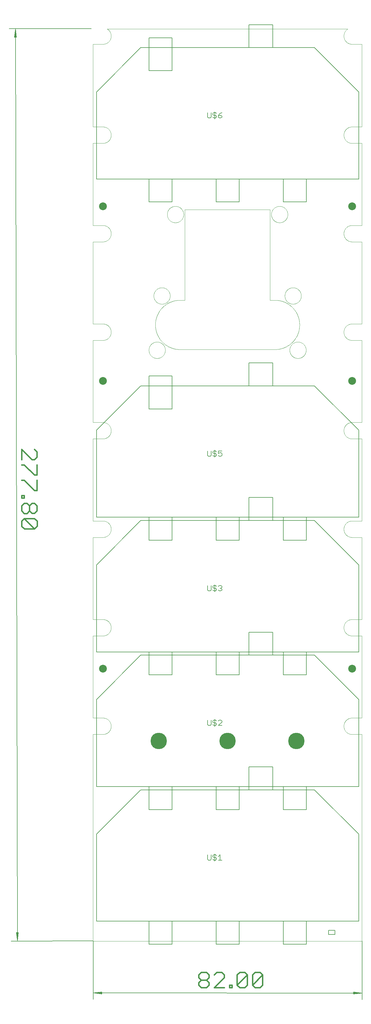
<source format=gto>
G75*
%MOIN*%
%OFA0B0*%
%FSLAX25Y25*%
%IPPOS*%
%LPD*%
%AMOC8*
5,1,8,0,0,1.08239X$1,22.5*
%
%ADD10C,0.00512*%
%ADD11C,0.01600*%
%ADD12C,0.19685*%
%ADD13C,0.09375*%
%ADD14C,0.00000*%
%ADD15C,0.00500*%
%ADD16C,0.00600*%
%ADD17C,0.00800*%
D10*
X0003618Y0071240D02*
X0102459Y0071454D01*
X0102462Y0071451D02*
X0102450Y0001309D01*
X0102707Y0008986D02*
X0112688Y0007961D01*
X0112688Y0007727D02*
X0102707Y0008986D01*
X0112688Y0010008D01*
X0112688Y0010241D02*
X0112688Y0007727D01*
X0112688Y0008472D02*
X0102707Y0008986D01*
X0112688Y0009496D01*
X0112688Y0010241D02*
X0102707Y0008986D01*
X0425029Y0008933D01*
X0415048Y0007911D01*
X0415048Y0007678D02*
X0425029Y0008933D01*
X0415049Y0009958D01*
X0415049Y0010192D02*
X0415048Y0007678D01*
X0415048Y0008423D02*
X0425029Y0008933D01*
X0415048Y0009447D01*
X0415049Y0010192D02*
X0425029Y0008933D01*
X0425283Y0001256D02*
X0425295Y0071398D01*
X0100097Y1165155D02*
X0001256Y1164941D01*
X0008934Y1164702D02*
X0007932Y1154719D01*
X0007698Y1154719D02*
X0008934Y1164702D01*
X0009979Y1154724D01*
X0010212Y1154724D02*
X0007698Y1154719D01*
X0008443Y1154720D02*
X0008934Y1164702D01*
X0009467Y1154723D01*
X0010212Y1154724D02*
X0008934Y1164702D01*
X0011295Y0071513D01*
X0010250Y0081491D01*
X0010016Y0081490D02*
X0011295Y0071513D01*
X0012297Y0081495D01*
X0012530Y0081496D02*
X0010016Y0081490D01*
X0010761Y0081492D02*
X0011295Y0071513D01*
X0011785Y0081494D01*
X0012530Y0081496D02*
X0011295Y0071513D01*
D11*
X0019569Y0565507D02*
X0016494Y0568571D01*
X0016484Y0574710D01*
X0019548Y0577784D01*
X0031846Y0565529D01*
X0019569Y0565507D01*
X0019548Y0577784D02*
X0031825Y0577806D01*
X0034899Y0574742D01*
X0034910Y0568603D01*
X0031846Y0565529D01*
X0031814Y0583944D02*
X0028745Y0583939D01*
X0025670Y0587003D01*
X0025659Y0593141D01*
X0028723Y0596216D01*
X0031793Y0596221D01*
X0034867Y0593158D01*
X0034878Y0587019D01*
X0031814Y0583944D01*
X0025670Y0587003D02*
X0022606Y0583928D01*
X0019537Y0583923D01*
X0016462Y0586987D01*
X0016452Y0593125D01*
X0019515Y0596200D01*
X0022585Y0596205D01*
X0025659Y0593141D01*
X0019505Y0602339D02*
X0016436Y0602333D01*
X0016430Y0605403D01*
X0019499Y0605408D01*
X0019505Y0602339D01*
X0031766Y0611568D02*
X0019467Y0623824D01*
X0016398Y0623818D01*
X0031734Y0629984D02*
X0019435Y0642239D01*
X0016366Y0642234D01*
X0016355Y0648373D02*
X0016334Y0660650D01*
X0028632Y0648394D01*
X0031702Y0648399D01*
X0034766Y0651474D01*
X0034755Y0657613D01*
X0031680Y0660676D01*
X0034782Y0642266D02*
X0034803Y0629989D01*
X0031734Y0629984D01*
X0034814Y0623850D02*
X0034835Y0611573D01*
X0031766Y0611568D01*
X0232210Y0033693D02*
X0229141Y0030624D01*
X0229141Y0027554D01*
X0232210Y0024485D01*
X0238349Y0024485D01*
X0241418Y0021416D01*
X0241418Y0018346D01*
X0238349Y0015277D01*
X0232210Y0015277D01*
X0229141Y0018346D01*
X0229141Y0021416D01*
X0232210Y0024485D01*
X0238349Y0024485D02*
X0241418Y0027554D01*
X0241418Y0030624D01*
X0238349Y0033693D01*
X0232210Y0033693D01*
X0247557Y0030624D02*
X0250626Y0033693D01*
X0256765Y0033693D01*
X0259834Y0030624D01*
X0259834Y0027554D01*
X0247557Y0015277D01*
X0259834Y0015277D01*
X0265973Y0015277D02*
X0269042Y0015277D01*
X0269042Y0018346D01*
X0265973Y0018346D01*
X0265973Y0015277D01*
X0275181Y0018346D02*
X0287458Y0030624D01*
X0287458Y0018346D01*
X0284388Y0015277D01*
X0278250Y0015277D01*
X0275181Y0018346D01*
X0275181Y0030624D01*
X0278250Y0033693D01*
X0284388Y0033693D01*
X0287458Y0030624D01*
X0293596Y0030624D02*
X0293596Y0018346D01*
X0305873Y0030624D01*
X0305873Y0018346D01*
X0302804Y0015277D01*
X0296666Y0015277D01*
X0293596Y0018346D01*
X0293596Y0030624D02*
X0296666Y0033693D01*
X0302804Y0033693D01*
X0305873Y0030624D01*
D12*
X0346309Y0311229D03*
X0263632Y0311229D03*
X0180955Y0311229D03*
D13*
X0114026Y0397844D03*
X0114026Y0742922D03*
X0114026Y0952174D03*
X0413239Y0952174D03*
X0413239Y0742922D03*
X0413239Y0397844D03*
D14*
X0413239Y0437125D02*
X0425050Y0437125D01*
X0425050Y0338700D01*
X0413239Y0338700D01*
X0412999Y0338697D01*
X0412760Y0338688D01*
X0412521Y0338674D01*
X0412282Y0338653D01*
X0412043Y0338627D01*
X0411806Y0338595D01*
X0411569Y0338557D01*
X0411333Y0338514D01*
X0411099Y0338465D01*
X0410866Y0338410D01*
X0410634Y0338349D01*
X0410403Y0338283D01*
X0410175Y0338211D01*
X0409948Y0338133D01*
X0409723Y0338051D01*
X0409500Y0337962D01*
X0409279Y0337868D01*
X0409061Y0337769D01*
X0408845Y0337665D01*
X0408632Y0337555D01*
X0408422Y0337441D01*
X0408214Y0337321D01*
X0408009Y0337196D01*
X0407808Y0337066D01*
X0407610Y0336931D01*
X0407415Y0336792D01*
X0407223Y0336648D01*
X0407035Y0336499D01*
X0406851Y0336346D01*
X0406671Y0336188D01*
X0406494Y0336026D01*
X0406321Y0335859D01*
X0406153Y0335689D01*
X0405989Y0335514D01*
X0405829Y0335336D01*
X0405673Y0335153D01*
X0405522Y0334967D01*
X0405376Y0334777D01*
X0405234Y0334584D01*
X0405097Y0334388D01*
X0404964Y0334188D01*
X0404837Y0333985D01*
X0404715Y0333779D01*
X0404597Y0333569D01*
X0404485Y0333358D01*
X0404378Y0333143D01*
X0404276Y0332926D01*
X0404180Y0332707D01*
X0404089Y0332485D01*
X0404003Y0332261D01*
X0403923Y0332035D01*
X0403849Y0331807D01*
X0403780Y0331578D01*
X0403716Y0331347D01*
X0403658Y0331114D01*
X0403606Y0330880D01*
X0403560Y0330645D01*
X0403519Y0330409D01*
X0403484Y0330171D01*
X0403455Y0329934D01*
X0403432Y0329695D01*
X0403414Y0329456D01*
X0403403Y0329216D01*
X0403397Y0328977D01*
X0403397Y0328737D01*
X0403403Y0328498D01*
X0403414Y0328258D01*
X0403432Y0328019D01*
X0403455Y0327780D01*
X0403484Y0327543D01*
X0403519Y0327305D01*
X0403560Y0327069D01*
X0403606Y0326834D01*
X0403658Y0326600D01*
X0403716Y0326367D01*
X0403780Y0326136D01*
X0403849Y0325907D01*
X0403923Y0325679D01*
X0404003Y0325453D01*
X0404089Y0325229D01*
X0404180Y0325007D01*
X0404276Y0324788D01*
X0404378Y0324571D01*
X0404485Y0324356D01*
X0404597Y0324145D01*
X0404715Y0323935D01*
X0404837Y0323729D01*
X0404964Y0323526D01*
X0405097Y0323326D01*
X0405234Y0323130D01*
X0405376Y0322937D01*
X0405522Y0322747D01*
X0405673Y0322561D01*
X0405829Y0322378D01*
X0405989Y0322200D01*
X0406153Y0322025D01*
X0406321Y0321855D01*
X0406494Y0321688D01*
X0406671Y0321526D01*
X0406851Y0321368D01*
X0407035Y0321215D01*
X0407223Y0321066D01*
X0407415Y0320922D01*
X0407610Y0320783D01*
X0407808Y0320648D01*
X0408009Y0320518D01*
X0408214Y0320393D01*
X0408422Y0320273D01*
X0408632Y0320159D01*
X0408845Y0320049D01*
X0409061Y0319945D01*
X0409279Y0319846D01*
X0409500Y0319752D01*
X0409723Y0319663D01*
X0409948Y0319581D01*
X0410175Y0319503D01*
X0410403Y0319431D01*
X0410634Y0319365D01*
X0410866Y0319304D01*
X0411099Y0319249D01*
X0411333Y0319200D01*
X0411569Y0319157D01*
X0411806Y0319119D01*
X0412043Y0319087D01*
X0412282Y0319061D01*
X0412521Y0319040D01*
X0412760Y0319026D01*
X0412999Y0319017D01*
X0413239Y0319014D01*
X0413239Y0319015D02*
X0425050Y0319015D01*
X0425050Y0071072D01*
X0102215Y0071072D01*
X0102215Y0319015D01*
X0114026Y0319015D01*
X0114026Y0319014D02*
X0114266Y0319017D01*
X0114505Y0319026D01*
X0114744Y0319040D01*
X0114983Y0319061D01*
X0115222Y0319087D01*
X0115459Y0319119D01*
X0115696Y0319157D01*
X0115932Y0319200D01*
X0116166Y0319249D01*
X0116399Y0319304D01*
X0116631Y0319365D01*
X0116862Y0319431D01*
X0117090Y0319503D01*
X0117317Y0319581D01*
X0117542Y0319663D01*
X0117765Y0319752D01*
X0117986Y0319846D01*
X0118204Y0319945D01*
X0118420Y0320049D01*
X0118633Y0320159D01*
X0118843Y0320273D01*
X0119051Y0320393D01*
X0119256Y0320518D01*
X0119457Y0320648D01*
X0119655Y0320783D01*
X0119850Y0320922D01*
X0120042Y0321066D01*
X0120230Y0321215D01*
X0120414Y0321368D01*
X0120594Y0321526D01*
X0120771Y0321688D01*
X0120944Y0321855D01*
X0121112Y0322025D01*
X0121276Y0322200D01*
X0121436Y0322378D01*
X0121592Y0322561D01*
X0121743Y0322747D01*
X0121889Y0322937D01*
X0122031Y0323130D01*
X0122168Y0323326D01*
X0122301Y0323526D01*
X0122428Y0323729D01*
X0122550Y0323936D01*
X0122668Y0324145D01*
X0122780Y0324356D01*
X0122887Y0324571D01*
X0122989Y0324788D01*
X0123085Y0325007D01*
X0123176Y0325229D01*
X0123262Y0325453D01*
X0123342Y0325679D01*
X0123416Y0325907D01*
X0123485Y0326136D01*
X0123549Y0326367D01*
X0123607Y0326600D01*
X0123659Y0326834D01*
X0123705Y0327069D01*
X0123746Y0327305D01*
X0123781Y0327543D01*
X0123810Y0327780D01*
X0123833Y0328019D01*
X0123851Y0328258D01*
X0123862Y0328498D01*
X0123868Y0328737D01*
X0123868Y0328977D01*
X0123862Y0329216D01*
X0123851Y0329456D01*
X0123833Y0329695D01*
X0123810Y0329934D01*
X0123781Y0330171D01*
X0123746Y0330409D01*
X0123705Y0330645D01*
X0123659Y0330880D01*
X0123607Y0331114D01*
X0123549Y0331347D01*
X0123485Y0331578D01*
X0123416Y0331807D01*
X0123342Y0332035D01*
X0123262Y0332261D01*
X0123176Y0332485D01*
X0123085Y0332707D01*
X0122989Y0332926D01*
X0122887Y0333143D01*
X0122780Y0333358D01*
X0122668Y0333569D01*
X0122550Y0333779D01*
X0122428Y0333985D01*
X0122301Y0334188D01*
X0122168Y0334388D01*
X0122031Y0334584D01*
X0121889Y0334777D01*
X0121743Y0334967D01*
X0121592Y0335153D01*
X0121436Y0335336D01*
X0121276Y0335514D01*
X0121112Y0335689D01*
X0120944Y0335859D01*
X0120771Y0336026D01*
X0120594Y0336188D01*
X0120414Y0336346D01*
X0120230Y0336499D01*
X0120042Y0336648D01*
X0119850Y0336792D01*
X0119655Y0336931D01*
X0119457Y0337066D01*
X0119256Y0337196D01*
X0119051Y0337321D01*
X0118843Y0337441D01*
X0118633Y0337555D01*
X0118420Y0337665D01*
X0118204Y0337769D01*
X0117986Y0337868D01*
X0117765Y0337962D01*
X0117542Y0338051D01*
X0117317Y0338133D01*
X0117090Y0338211D01*
X0116862Y0338283D01*
X0116631Y0338349D01*
X0116399Y0338410D01*
X0116166Y0338465D01*
X0115932Y0338514D01*
X0115696Y0338557D01*
X0115459Y0338595D01*
X0115222Y0338627D01*
X0114983Y0338653D01*
X0114744Y0338674D01*
X0114505Y0338688D01*
X0114266Y0338697D01*
X0114026Y0338700D01*
X0102215Y0338700D01*
X0102215Y0437125D01*
X0114026Y0437125D01*
X0114026Y0437124D02*
X0114266Y0437127D01*
X0114505Y0437136D01*
X0114744Y0437150D01*
X0114983Y0437171D01*
X0115222Y0437197D01*
X0115459Y0437229D01*
X0115696Y0437267D01*
X0115932Y0437310D01*
X0116166Y0437359D01*
X0116399Y0437414D01*
X0116631Y0437475D01*
X0116862Y0437541D01*
X0117090Y0437613D01*
X0117317Y0437691D01*
X0117542Y0437773D01*
X0117765Y0437862D01*
X0117986Y0437956D01*
X0118204Y0438055D01*
X0118420Y0438159D01*
X0118633Y0438269D01*
X0118843Y0438383D01*
X0119051Y0438503D01*
X0119256Y0438628D01*
X0119457Y0438758D01*
X0119655Y0438893D01*
X0119850Y0439032D01*
X0120042Y0439176D01*
X0120230Y0439325D01*
X0120414Y0439478D01*
X0120594Y0439636D01*
X0120771Y0439798D01*
X0120944Y0439965D01*
X0121112Y0440135D01*
X0121276Y0440310D01*
X0121436Y0440488D01*
X0121592Y0440671D01*
X0121743Y0440857D01*
X0121889Y0441047D01*
X0122031Y0441240D01*
X0122168Y0441436D01*
X0122301Y0441636D01*
X0122428Y0441839D01*
X0122550Y0442046D01*
X0122668Y0442255D01*
X0122780Y0442466D01*
X0122887Y0442681D01*
X0122989Y0442898D01*
X0123085Y0443117D01*
X0123176Y0443339D01*
X0123262Y0443563D01*
X0123342Y0443789D01*
X0123416Y0444017D01*
X0123485Y0444246D01*
X0123549Y0444477D01*
X0123607Y0444710D01*
X0123659Y0444944D01*
X0123705Y0445179D01*
X0123746Y0445415D01*
X0123781Y0445653D01*
X0123810Y0445890D01*
X0123833Y0446129D01*
X0123851Y0446368D01*
X0123862Y0446608D01*
X0123868Y0446847D01*
X0123868Y0447087D01*
X0123862Y0447326D01*
X0123851Y0447566D01*
X0123833Y0447805D01*
X0123810Y0448044D01*
X0123781Y0448281D01*
X0123746Y0448519D01*
X0123705Y0448755D01*
X0123659Y0448990D01*
X0123607Y0449224D01*
X0123549Y0449457D01*
X0123485Y0449688D01*
X0123416Y0449917D01*
X0123342Y0450145D01*
X0123262Y0450371D01*
X0123176Y0450595D01*
X0123085Y0450817D01*
X0122989Y0451036D01*
X0122887Y0451253D01*
X0122780Y0451468D01*
X0122668Y0451679D01*
X0122550Y0451889D01*
X0122428Y0452095D01*
X0122301Y0452298D01*
X0122168Y0452498D01*
X0122031Y0452694D01*
X0121889Y0452887D01*
X0121743Y0453077D01*
X0121592Y0453263D01*
X0121436Y0453446D01*
X0121276Y0453624D01*
X0121112Y0453799D01*
X0120944Y0453969D01*
X0120771Y0454136D01*
X0120594Y0454298D01*
X0120414Y0454456D01*
X0120230Y0454609D01*
X0120042Y0454758D01*
X0119850Y0454902D01*
X0119655Y0455041D01*
X0119457Y0455176D01*
X0119256Y0455306D01*
X0119051Y0455431D01*
X0118843Y0455551D01*
X0118633Y0455665D01*
X0118420Y0455775D01*
X0118204Y0455879D01*
X0117986Y0455978D01*
X0117765Y0456072D01*
X0117542Y0456161D01*
X0117317Y0456243D01*
X0117090Y0456321D01*
X0116862Y0456393D01*
X0116631Y0456459D01*
X0116399Y0456520D01*
X0116166Y0456575D01*
X0115932Y0456624D01*
X0115696Y0456667D01*
X0115459Y0456705D01*
X0115222Y0456737D01*
X0114983Y0456763D01*
X0114744Y0456784D01*
X0114505Y0456798D01*
X0114266Y0456807D01*
X0114026Y0456810D01*
X0102215Y0456810D01*
X0102215Y0555235D01*
X0114026Y0555235D01*
X0114266Y0555238D01*
X0114505Y0555247D01*
X0114744Y0555261D01*
X0114983Y0555282D01*
X0115222Y0555308D01*
X0115459Y0555340D01*
X0115696Y0555378D01*
X0115932Y0555421D01*
X0116166Y0555470D01*
X0116399Y0555525D01*
X0116631Y0555586D01*
X0116862Y0555652D01*
X0117090Y0555724D01*
X0117317Y0555802D01*
X0117542Y0555884D01*
X0117765Y0555973D01*
X0117986Y0556067D01*
X0118204Y0556166D01*
X0118420Y0556270D01*
X0118633Y0556380D01*
X0118843Y0556494D01*
X0119051Y0556614D01*
X0119256Y0556739D01*
X0119457Y0556869D01*
X0119655Y0557004D01*
X0119850Y0557143D01*
X0120042Y0557287D01*
X0120230Y0557436D01*
X0120414Y0557589D01*
X0120594Y0557747D01*
X0120771Y0557909D01*
X0120944Y0558076D01*
X0121112Y0558246D01*
X0121276Y0558421D01*
X0121436Y0558599D01*
X0121592Y0558782D01*
X0121743Y0558968D01*
X0121889Y0559158D01*
X0122031Y0559351D01*
X0122168Y0559547D01*
X0122301Y0559747D01*
X0122428Y0559950D01*
X0122550Y0560157D01*
X0122668Y0560366D01*
X0122780Y0560577D01*
X0122887Y0560792D01*
X0122989Y0561009D01*
X0123085Y0561228D01*
X0123176Y0561450D01*
X0123262Y0561674D01*
X0123342Y0561900D01*
X0123416Y0562128D01*
X0123485Y0562357D01*
X0123549Y0562588D01*
X0123607Y0562821D01*
X0123659Y0563055D01*
X0123705Y0563290D01*
X0123746Y0563526D01*
X0123781Y0563764D01*
X0123810Y0564001D01*
X0123833Y0564240D01*
X0123851Y0564479D01*
X0123862Y0564719D01*
X0123868Y0564958D01*
X0123868Y0565198D01*
X0123862Y0565437D01*
X0123851Y0565677D01*
X0123833Y0565916D01*
X0123810Y0566155D01*
X0123781Y0566392D01*
X0123746Y0566630D01*
X0123705Y0566866D01*
X0123659Y0567101D01*
X0123607Y0567335D01*
X0123549Y0567568D01*
X0123485Y0567799D01*
X0123416Y0568028D01*
X0123342Y0568256D01*
X0123262Y0568482D01*
X0123176Y0568706D01*
X0123085Y0568928D01*
X0122989Y0569147D01*
X0122887Y0569364D01*
X0122780Y0569579D01*
X0122668Y0569790D01*
X0122550Y0570000D01*
X0122428Y0570206D01*
X0122301Y0570409D01*
X0122168Y0570609D01*
X0122031Y0570805D01*
X0121889Y0570998D01*
X0121743Y0571188D01*
X0121592Y0571374D01*
X0121436Y0571557D01*
X0121276Y0571735D01*
X0121112Y0571910D01*
X0120944Y0572080D01*
X0120771Y0572247D01*
X0120594Y0572409D01*
X0120414Y0572567D01*
X0120230Y0572720D01*
X0120042Y0572869D01*
X0119850Y0573013D01*
X0119655Y0573152D01*
X0119457Y0573287D01*
X0119256Y0573417D01*
X0119051Y0573542D01*
X0118843Y0573662D01*
X0118633Y0573776D01*
X0118420Y0573886D01*
X0118204Y0573990D01*
X0117986Y0574089D01*
X0117765Y0574183D01*
X0117542Y0574272D01*
X0117317Y0574354D01*
X0117090Y0574432D01*
X0116862Y0574504D01*
X0116631Y0574570D01*
X0116399Y0574631D01*
X0116166Y0574686D01*
X0115932Y0574735D01*
X0115696Y0574778D01*
X0115459Y0574816D01*
X0115222Y0574848D01*
X0114983Y0574874D01*
X0114744Y0574895D01*
X0114505Y0574909D01*
X0114266Y0574918D01*
X0114026Y0574921D01*
X0114026Y0574920D02*
X0102215Y0574920D01*
X0102215Y0673345D01*
X0114026Y0673345D01*
X0114266Y0673348D01*
X0114505Y0673357D01*
X0114744Y0673371D01*
X0114983Y0673392D01*
X0115222Y0673418D01*
X0115459Y0673450D01*
X0115696Y0673488D01*
X0115932Y0673531D01*
X0116166Y0673580D01*
X0116399Y0673635D01*
X0116631Y0673696D01*
X0116862Y0673762D01*
X0117090Y0673834D01*
X0117317Y0673912D01*
X0117542Y0673994D01*
X0117765Y0674083D01*
X0117986Y0674177D01*
X0118204Y0674276D01*
X0118420Y0674380D01*
X0118633Y0674490D01*
X0118843Y0674604D01*
X0119051Y0674724D01*
X0119256Y0674849D01*
X0119457Y0674979D01*
X0119655Y0675114D01*
X0119850Y0675253D01*
X0120042Y0675397D01*
X0120230Y0675546D01*
X0120414Y0675699D01*
X0120594Y0675857D01*
X0120771Y0676019D01*
X0120944Y0676186D01*
X0121112Y0676356D01*
X0121276Y0676531D01*
X0121436Y0676709D01*
X0121592Y0676892D01*
X0121743Y0677078D01*
X0121889Y0677268D01*
X0122031Y0677461D01*
X0122168Y0677657D01*
X0122301Y0677857D01*
X0122428Y0678060D01*
X0122550Y0678267D01*
X0122668Y0678476D01*
X0122780Y0678687D01*
X0122887Y0678902D01*
X0122989Y0679119D01*
X0123085Y0679338D01*
X0123176Y0679560D01*
X0123262Y0679784D01*
X0123342Y0680010D01*
X0123416Y0680238D01*
X0123485Y0680467D01*
X0123549Y0680698D01*
X0123607Y0680931D01*
X0123659Y0681165D01*
X0123705Y0681400D01*
X0123746Y0681636D01*
X0123781Y0681874D01*
X0123810Y0682111D01*
X0123833Y0682350D01*
X0123851Y0682589D01*
X0123862Y0682829D01*
X0123868Y0683068D01*
X0123868Y0683308D01*
X0123862Y0683547D01*
X0123851Y0683787D01*
X0123833Y0684026D01*
X0123810Y0684265D01*
X0123781Y0684502D01*
X0123746Y0684740D01*
X0123705Y0684976D01*
X0123659Y0685211D01*
X0123607Y0685445D01*
X0123549Y0685678D01*
X0123485Y0685909D01*
X0123416Y0686138D01*
X0123342Y0686366D01*
X0123262Y0686592D01*
X0123176Y0686816D01*
X0123085Y0687038D01*
X0122989Y0687257D01*
X0122887Y0687474D01*
X0122780Y0687689D01*
X0122668Y0687900D01*
X0122550Y0688110D01*
X0122428Y0688316D01*
X0122301Y0688519D01*
X0122168Y0688719D01*
X0122031Y0688915D01*
X0121889Y0689108D01*
X0121743Y0689298D01*
X0121592Y0689484D01*
X0121436Y0689667D01*
X0121276Y0689845D01*
X0121112Y0690020D01*
X0120944Y0690190D01*
X0120771Y0690357D01*
X0120594Y0690519D01*
X0120414Y0690677D01*
X0120230Y0690830D01*
X0120042Y0690979D01*
X0119850Y0691123D01*
X0119655Y0691262D01*
X0119457Y0691397D01*
X0119256Y0691527D01*
X0119051Y0691652D01*
X0118843Y0691772D01*
X0118633Y0691886D01*
X0118420Y0691996D01*
X0118204Y0692100D01*
X0117986Y0692199D01*
X0117765Y0692293D01*
X0117542Y0692382D01*
X0117317Y0692464D01*
X0117090Y0692542D01*
X0116862Y0692614D01*
X0116631Y0692680D01*
X0116399Y0692741D01*
X0116166Y0692796D01*
X0115932Y0692845D01*
X0115696Y0692888D01*
X0115459Y0692926D01*
X0115222Y0692958D01*
X0114983Y0692984D01*
X0114744Y0693005D01*
X0114505Y0693019D01*
X0114266Y0693028D01*
X0114026Y0693031D01*
X0114026Y0693030D02*
X0102215Y0693030D01*
X0102215Y0791456D01*
X0114026Y0791456D01*
X0114026Y0791455D02*
X0114266Y0791458D01*
X0114505Y0791467D01*
X0114744Y0791481D01*
X0114983Y0791502D01*
X0115222Y0791528D01*
X0115459Y0791560D01*
X0115696Y0791598D01*
X0115932Y0791641D01*
X0116166Y0791690D01*
X0116399Y0791745D01*
X0116631Y0791806D01*
X0116862Y0791872D01*
X0117090Y0791944D01*
X0117317Y0792022D01*
X0117542Y0792104D01*
X0117765Y0792193D01*
X0117986Y0792287D01*
X0118204Y0792386D01*
X0118420Y0792490D01*
X0118633Y0792600D01*
X0118843Y0792714D01*
X0119051Y0792834D01*
X0119256Y0792959D01*
X0119457Y0793089D01*
X0119655Y0793224D01*
X0119850Y0793363D01*
X0120042Y0793507D01*
X0120230Y0793656D01*
X0120414Y0793809D01*
X0120594Y0793967D01*
X0120771Y0794129D01*
X0120944Y0794296D01*
X0121112Y0794466D01*
X0121276Y0794641D01*
X0121436Y0794819D01*
X0121592Y0795002D01*
X0121743Y0795188D01*
X0121889Y0795378D01*
X0122031Y0795571D01*
X0122168Y0795767D01*
X0122301Y0795967D01*
X0122428Y0796170D01*
X0122550Y0796377D01*
X0122668Y0796586D01*
X0122780Y0796797D01*
X0122887Y0797012D01*
X0122989Y0797229D01*
X0123085Y0797448D01*
X0123176Y0797670D01*
X0123262Y0797894D01*
X0123342Y0798120D01*
X0123416Y0798348D01*
X0123485Y0798577D01*
X0123549Y0798808D01*
X0123607Y0799041D01*
X0123659Y0799275D01*
X0123705Y0799510D01*
X0123746Y0799746D01*
X0123781Y0799984D01*
X0123810Y0800221D01*
X0123833Y0800460D01*
X0123851Y0800699D01*
X0123862Y0800939D01*
X0123868Y0801178D01*
X0123868Y0801418D01*
X0123862Y0801657D01*
X0123851Y0801897D01*
X0123833Y0802136D01*
X0123810Y0802375D01*
X0123781Y0802612D01*
X0123746Y0802850D01*
X0123705Y0803086D01*
X0123659Y0803321D01*
X0123607Y0803555D01*
X0123549Y0803788D01*
X0123485Y0804019D01*
X0123416Y0804248D01*
X0123342Y0804476D01*
X0123262Y0804702D01*
X0123176Y0804926D01*
X0123085Y0805148D01*
X0122989Y0805367D01*
X0122887Y0805584D01*
X0122780Y0805799D01*
X0122668Y0806010D01*
X0122550Y0806220D01*
X0122428Y0806426D01*
X0122301Y0806629D01*
X0122168Y0806829D01*
X0122031Y0807025D01*
X0121889Y0807218D01*
X0121743Y0807408D01*
X0121592Y0807594D01*
X0121436Y0807777D01*
X0121276Y0807955D01*
X0121112Y0808130D01*
X0120944Y0808300D01*
X0120771Y0808467D01*
X0120594Y0808629D01*
X0120414Y0808787D01*
X0120230Y0808940D01*
X0120042Y0809089D01*
X0119850Y0809233D01*
X0119655Y0809372D01*
X0119457Y0809507D01*
X0119256Y0809637D01*
X0119051Y0809762D01*
X0118843Y0809882D01*
X0118633Y0809996D01*
X0118420Y0810106D01*
X0118204Y0810210D01*
X0117986Y0810309D01*
X0117765Y0810403D01*
X0117542Y0810492D01*
X0117317Y0810574D01*
X0117090Y0810652D01*
X0116862Y0810724D01*
X0116631Y0810790D01*
X0116399Y0810851D01*
X0116166Y0810906D01*
X0115932Y0810955D01*
X0115696Y0810998D01*
X0115459Y0811036D01*
X0115222Y0811068D01*
X0114983Y0811094D01*
X0114744Y0811115D01*
X0114505Y0811129D01*
X0114266Y0811138D01*
X0114026Y0811141D01*
X0102215Y0811141D01*
X0102215Y0909566D01*
X0114026Y0909566D01*
X0114026Y0909565D02*
X0114266Y0909568D01*
X0114505Y0909577D01*
X0114744Y0909591D01*
X0114983Y0909612D01*
X0115222Y0909638D01*
X0115459Y0909670D01*
X0115696Y0909708D01*
X0115932Y0909751D01*
X0116166Y0909800D01*
X0116399Y0909855D01*
X0116631Y0909916D01*
X0116862Y0909982D01*
X0117090Y0910054D01*
X0117317Y0910132D01*
X0117542Y0910214D01*
X0117765Y0910303D01*
X0117986Y0910397D01*
X0118204Y0910496D01*
X0118420Y0910600D01*
X0118633Y0910710D01*
X0118843Y0910824D01*
X0119051Y0910944D01*
X0119256Y0911069D01*
X0119457Y0911199D01*
X0119655Y0911334D01*
X0119850Y0911473D01*
X0120042Y0911617D01*
X0120230Y0911766D01*
X0120414Y0911919D01*
X0120594Y0912077D01*
X0120771Y0912239D01*
X0120944Y0912406D01*
X0121112Y0912576D01*
X0121276Y0912751D01*
X0121436Y0912929D01*
X0121592Y0913112D01*
X0121743Y0913298D01*
X0121889Y0913488D01*
X0122031Y0913681D01*
X0122168Y0913877D01*
X0122301Y0914077D01*
X0122428Y0914280D01*
X0122550Y0914487D01*
X0122668Y0914696D01*
X0122780Y0914907D01*
X0122887Y0915122D01*
X0122989Y0915339D01*
X0123085Y0915558D01*
X0123176Y0915780D01*
X0123262Y0916004D01*
X0123342Y0916230D01*
X0123416Y0916458D01*
X0123485Y0916687D01*
X0123549Y0916918D01*
X0123607Y0917151D01*
X0123659Y0917385D01*
X0123705Y0917620D01*
X0123746Y0917856D01*
X0123781Y0918094D01*
X0123810Y0918331D01*
X0123833Y0918570D01*
X0123851Y0918809D01*
X0123862Y0919049D01*
X0123868Y0919288D01*
X0123868Y0919528D01*
X0123862Y0919767D01*
X0123851Y0920007D01*
X0123833Y0920246D01*
X0123810Y0920485D01*
X0123781Y0920722D01*
X0123746Y0920960D01*
X0123705Y0921196D01*
X0123659Y0921431D01*
X0123607Y0921665D01*
X0123549Y0921898D01*
X0123485Y0922129D01*
X0123416Y0922358D01*
X0123342Y0922586D01*
X0123262Y0922812D01*
X0123176Y0923036D01*
X0123085Y0923258D01*
X0122989Y0923477D01*
X0122887Y0923694D01*
X0122780Y0923909D01*
X0122668Y0924120D01*
X0122550Y0924330D01*
X0122428Y0924536D01*
X0122301Y0924739D01*
X0122168Y0924939D01*
X0122031Y0925135D01*
X0121889Y0925328D01*
X0121743Y0925518D01*
X0121592Y0925704D01*
X0121436Y0925887D01*
X0121276Y0926065D01*
X0121112Y0926240D01*
X0120944Y0926410D01*
X0120771Y0926577D01*
X0120594Y0926739D01*
X0120414Y0926897D01*
X0120230Y0927050D01*
X0120042Y0927199D01*
X0119850Y0927343D01*
X0119655Y0927482D01*
X0119457Y0927617D01*
X0119256Y0927747D01*
X0119051Y0927872D01*
X0118843Y0927992D01*
X0118633Y0928106D01*
X0118420Y0928216D01*
X0118204Y0928320D01*
X0117986Y0928419D01*
X0117765Y0928513D01*
X0117542Y0928602D01*
X0117317Y0928684D01*
X0117090Y0928762D01*
X0116862Y0928834D01*
X0116631Y0928900D01*
X0116399Y0928961D01*
X0116166Y0929016D01*
X0115932Y0929065D01*
X0115696Y0929108D01*
X0115459Y0929146D01*
X0115222Y0929178D01*
X0114983Y0929204D01*
X0114744Y0929225D01*
X0114505Y0929239D01*
X0114266Y0929248D01*
X0114026Y0929251D01*
X0102215Y0929251D01*
X0102215Y1027676D01*
X0114026Y1027676D01*
X0114266Y1027679D01*
X0114505Y1027688D01*
X0114744Y1027702D01*
X0114983Y1027723D01*
X0115222Y1027749D01*
X0115459Y1027781D01*
X0115696Y1027819D01*
X0115932Y1027862D01*
X0116166Y1027911D01*
X0116399Y1027966D01*
X0116631Y1028027D01*
X0116862Y1028093D01*
X0117090Y1028165D01*
X0117317Y1028243D01*
X0117542Y1028325D01*
X0117765Y1028414D01*
X0117986Y1028508D01*
X0118204Y1028607D01*
X0118420Y1028711D01*
X0118633Y1028821D01*
X0118843Y1028935D01*
X0119051Y1029055D01*
X0119256Y1029180D01*
X0119457Y1029310D01*
X0119655Y1029445D01*
X0119850Y1029584D01*
X0120042Y1029728D01*
X0120230Y1029877D01*
X0120414Y1030030D01*
X0120594Y1030188D01*
X0120771Y1030350D01*
X0120944Y1030517D01*
X0121112Y1030687D01*
X0121276Y1030862D01*
X0121436Y1031040D01*
X0121592Y1031223D01*
X0121743Y1031409D01*
X0121889Y1031599D01*
X0122031Y1031792D01*
X0122168Y1031988D01*
X0122301Y1032188D01*
X0122428Y1032391D01*
X0122550Y1032598D01*
X0122668Y1032807D01*
X0122780Y1033018D01*
X0122887Y1033233D01*
X0122989Y1033450D01*
X0123085Y1033669D01*
X0123176Y1033891D01*
X0123262Y1034115D01*
X0123342Y1034341D01*
X0123416Y1034569D01*
X0123485Y1034798D01*
X0123549Y1035029D01*
X0123607Y1035262D01*
X0123659Y1035496D01*
X0123705Y1035731D01*
X0123746Y1035967D01*
X0123781Y1036205D01*
X0123810Y1036442D01*
X0123833Y1036681D01*
X0123851Y1036920D01*
X0123862Y1037160D01*
X0123868Y1037399D01*
X0123868Y1037639D01*
X0123862Y1037878D01*
X0123851Y1038118D01*
X0123833Y1038357D01*
X0123810Y1038596D01*
X0123781Y1038833D01*
X0123746Y1039071D01*
X0123705Y1039307D01*
X0123659Y1039542D01*
X0123607Y1039776D01*
X0123549Y1040009D01*
X0123485Y1040240D01*
X0123416Y1040469D01*
X0123342Y1040697D01*
X0123262Y1040923D01*
X0123176Y1041147D01*
X0123085Y1041369D01*
X0122989Y1041588D01*
X0122887Y1041805D01*
X0122780Y1042020D01*
X0122668Y1042231D01*
X0122550Y1042441D01*
X0122428Y1042647D01*
X0122301Y1042850D01*
X0122168Y1043050D01*
X0122031Y1043246D01*
X0121889Y1043439D01*
X0121743Y1043629D01*
X0121592Y1043815D01*
X0121436Y1043998D01*
X0121276Y1044176D01*
X0121112Y1044351D01*
X0120944Y1044521D01*
X0120771Y1044688D01*
X0120594Y1044850D01*
X0120414Y1045008D01*
X0120230Y1045161D01*
X0120042Y1045310D01*
X0119850Y1045454D01*
X0119655Y1045593D01*
X0119457Y1045728D01*
X0119256Y1045858D01*
X0119051Y1045983D01*
X0118843Y1046103D01*
X0118633Y1046217D01*
X0118420Y1046327D01*
X0118204Y1046431D01*
X0117986Y1046530D01*
X0117765Y1046624D01*
X0117542Y1046713D01*
X0117317Y1046795D01*
X0117090Y1046873D01*
X0116862Y1046945D01*
X0116631Y1047011D01*
X0116399Y1047072D01*
X0116166Y1047127D01*
X0115932Y1047176D01*
X0115696Y1047219D01*
X0115459Y1047257D01*
X0115222Y1047289D01*
X0114983Y1047315D01*
X0114744Y1047336D01*
X0114505Y1047350D01*
X0114266Y1047359D01*
X0114026Y1047362D01*
X0114026Y1047361D02*
X0102215Y1047361D01*
X0102215Y1146466D01*
X0114026Y1146466D01*
X0114026Y1146465D02*
X0114266Y1146468D01*
X0114505Y1146477D01*
X0114745Y1146491D01*
X0114983Y1146512D01*
X0115222Y1146538D01*
X0115459Y1146570D01*
X0115696Y1146608D01*
X0115932Y1146651D01*
X0116166Y1146701D01*
X0116400Y1146756D01*
X0116632Y1146816D01*
X0116862Y1146882D01*
X0117091Y1146954D01*
X0117318Y1147032D01*
X0117543Y1147115D01*
X0117765Y1147203D01*
X0117986Y1147297D01*
X0118204Y1147396D01*
X0118420Y1147500D01*
X0118633Y1147610D01*
X0118844Y1147725D01*
X0119051Y1147845D01*
X0119256Y1147969D01*
X0119458Y1148099D01*
X0119656Y1148234D01*
X0119851Y1148373D01*
X0120042Y1148518D01*
X0120230Y1148667D01*
X0120414Y1148820D01*
X0120595Y1148978D01*
X0120771Y1149140D01*
X0120944Y1149306D01*
X0121113Y1149477D01*
X0121277Y1149651D01*
X0121437Y1149830D01*
X0121592Y1150012D01*
X0121743Y1150198D01*
X0121890Y1150388D01*
X0122032Y1150581D01*
X0122169Y1150778D01*
X0122301Y1150978D01*
X0122428Y1151181D01*
X0122551Y1151387D01*
X0122668Y1151596D01*
X0122780Y1151808D01*
X0122887Y1152023D01*
X0122989Y1152240D01*
X0123085Y1152459D01*
X0123176Y1152681D01*
X0123262Y1152905D01*
X0123342Y1153131D01*
X0123417Y1153359D01*
X0123486Y1153588D01*
X0123549Y1153820D01*
X0123607Y1154052D01*
X0123659Y1154286D01*
X0123706Y1154521D01*
X0123746Y1154758D01*
X0123781Y1154995D01*
X0123810Y1155233D01*
X0123833Y1155471D01*
X0123851Y1155710D01*
X0123862Y1155950D01*
X0123868Y1156190D01*
X0123868Y1156429D01*
X0123862Y1156669D01*
X0123851Y1156908D01*
X0123833Y1157148D01*
X0123810Y1157386D01*
X0123781Y1157624D01*
X0123746Y1157861D01*
X0123705Y1158097D01*
X0123659Y1158333D01*
X0123606Y1158567D01*
X0123549Y1158799D01*
X0123485Y1159030D01*
X0123416Y1159260D01*
X0123341Y1159488D01*
X0123261Y1159714D01*
X0123175Y1159938D01*
X0123084Y1160159D01*
X0122988Y1160379D01*
X0122886Y1160596D01*
X0122779Y1160810D01*
X0122667Y1161022D01*
X0122549Y1161231D01*
X0122427Y1161437D01*
X0122299Y1161640D01*
X0122167Y1161840D01*
X0122030Y1162037D01*
X0121888Y1162230D01*
X0121742Y1162420D01*
X0121590Y1162606D01*
X0121435Y1162788D01*
X0121275Y1162967D01*
X0121110Y1163141D01*
X0120942Y1163312D01*
X0120769Y1163478D01*
X0120593Y1163640D01*
X0120412Y1163798D01*
X0120228Y1163951D01*
X0120040Y1164100D01*
X0119848Y1164244D01*
X0119653Y1164384D01*
X0119455Y1164518D01*
X0119254Y1164648D01*
X0119049Y1164773D01*
X0408216Y1164773D01*
X0408011Y1164648D01*
X0407810Y1164518D01*
X0407612Y1164384D01*
X0407417Y1164244D01*
X0407225Y1164100D01*
X0407037Y1163951D01*
X0406853Y1163798D01*
X0406672Y1163640D01*
X0406496Y1163478D01*
X0406323Y1163312D01*
X0406155Y1163141D01*
X0405990Y1162967D01*
X0405830Y1162788D01*
X0405675Y1162606D01*
X0405523Y1162420D01*
X0405377Y1162230D01*
X0405235Y1162037D01*
X0405098Y1161840D01*
X0404966Y1161640D01*
X0404838Y1161437D01*
X0404716Y1161231D01*
X0404598Y1161022D01*
X0404486Y1160810D01*
X0404379Y1160596D01*
X0404277Y1160379D01*
X0404181Y1160159D01*
X0404090Y1159938D01*
X0404004Y1159714D01*
X0403924Y1159488D01*
X0403849Y1159260D01*
X0403780Y1159030D01*
X0403716Y1158799D01*
X0403659Y1158567D01*
X0403606Y1158333D01*
X0403560Y1158097D01*
X0403519Y1157861D01*
X0403484Y1157624D01*
X0403455Y1157386D01*
X0403432Y1157148D01*
X0403414Y1156908D01*
X0403403Y1156669D01*
X0403397Y1156429D01*
X0403397Y1156190D01*
X0403403Y1155950D01*
X0403414Y1155710D01*
X0403432Y1155471D01*
X0403455Y1155233D01*
X0403484Y1154995D01*
X0403519Y1154758D01*
X0403559Y1154521D01*
X0403606Y1154286D01*
X0403658Y1154052D01*
X0403716Y1153820D01*
X0403779Y1153588D01*
X0403848Y1153359D01*
X0403923Y1153131D01*
X0404003Y1152905D01*
X0404089Y1152681D01*
X0404180Y1152459D01*
X0404276Y1152240D01*
X0404378Y1152023D01*
X0404485Y1151808D01*
X0404597Y1151596D01*
X0404714Y1151387D01*
X0404837Y1151181D01*
X0404964Y1150978D01*
X0405096Y1150778D01*
X0405233Y1150581D01*
X0405375Y1150388D01*
X0405522Y1150198D01*
X0405673Y1150012D01*
X0405828Y1149830D01*
X0405988Y1149651D01*
X0406152Y1149477D01*
X0406321Y1149306D01*
X0406494Y1149140D01*
X0406670Y1148978D01*
X0406851Y1148820D01*
X0407035Y1148667D01*
X0407223Y1148518D01*
X0407414Y1148373D01*
X0407609Y1148234D01*
X0407807Y1148099D01*
X0408009Y1147969D01*
X0408214Y1147845D01*
X0408421Y1147725D01*
X0408632Y1147610D01*
X0408845Y1147500D01*
X0409061Y1147396D01*
X0409279Y1147297D01*
X0409500Y1147203D01*
X0409722Y1147115D01*
X0409947Y1147032D01*
X0410174Y1146954D01*
X0410403Y1146882D01*
X0410633Y1146816D01*
X0410865Y1146756D01*
X0411099Y1146701D01*
X0411333Y1146651D01*
X0411569Y1146608D01*
X0411806Y1146570D01*
X0412043Y1146538D01*
X0412282Y1146512D01*
X0412520Y1146491D01*
X0412760Y1146477D01*
X0412999Y1146468D01*
X0413239Y1146465D01*
X0413239Y1146466D02*
X0425050Y1146466D01*
X0425050Y1047361D01*
X0413239Y1047361D01*
X0413239Y1047362D02*
X0412999Y1047359D01*
X0412760Y1047350D01*
X0412521Y1047336D01*
X0412282Y1047315D01*
X0412043Y1047289D01*
X0411806Y1047257D01*
X0411569Y1047219D01*
X0411333Y1047176D01*
X0411099Y1047127D01*
X0410866Y1047072D01*
X0410634Y1047011D01*
X0410403Y1046945D01*
X0410175Y1046873D01*
X0409948Y1046795D01*
X0409723Y1046713D01*
X0409500Y1046624D01*
X0409279Y1046530D01*
X0409061Y1046431D01*
X0408845Y1046327D01*
X0408632Y1046217D01*
X0408422Y1046103D01*
X0408214Y1045983D01*
X0408009Y1045858D01*
X0407808Y1045728D01*
X0407610Y1045593D01*
X0407415Y1045454D01*
X0407223Y1045310D01*
X0407035Y1045161D01*
X0406851Y1045008D01*
X0406671Y1044850D01*
X0406494Y1044688D01*
X0406321Y1044521D01*
X0406153Y1044351D01*
X0405989Y1044176D01*
X0405829Y1043998D01*
X0405673Y1043815D01*
X0405522Y1043629D01*
X0405376Y1043439D01*
X0405234Y1043246D01*
X0405097Y1043050D01*
X0404964Y1042850D01*
X0404837Y1042647D01*
X0404715Y1042441D01*
X0404597Y1042231D01*
X0404485Y1042020D01*
X0404378Y1041805D01*
X0404276Y1041588D01*
X0404180Y1041369D01*
X0404089Y1041147D01*
X0404003Y1040923D01*
X0403923Y1040697D01*
X0403849Y1040469D01*
X0403780Y1040240D01*
X0403716Y1040009D01*
X0403658Y1039776D01*
X0403606Y1039542D01*
X0403560Y1039307D01*
X0403519Y1039071D01*
X0403484Y1038833D01*
X0403455Y1038596D01*
X0403432Y1038357D01*
X0403414Y1038118D01*
X0403403Y1037878D01*
X0403397Y1037639D01*
X0403397Y1037399D01*
X0403403Y1037160D01*
X0403414Y1036920D01*
X0403432Y1036681D01*
X0403455Y1036442D01*
X0403484Y1036205D01*
X0403519Y1035967D01*
X0403560Y1035731D01*
X0403606Y1035496D01*
X0403658Y1035262D01*
X0403716Y1035029D01*
X0403780Y1034798D01*
X0403849Y1034569D01*
X0403923Y1034341D01*
X0404003Y1034115D01*
X0404089Y1033891D01*
X0404180Y1033669D01*
X0404276Y1033450D01*
X0404378Y1033233D01*
X0404485Y1033018D01*
X0404597Y1032807D01*
X0404715Y1032598D01*
X0404837Y1032391D01*
X0404964Y1032188D01*
X0405097Y1031988D01*
X0405234Y1031792D01*
X0405376Y1031599D01*
X0405522Y1031409D01*
X0405673Y1031223D01*
X0405829Y1031040D01*
X0405989Y1030862D01*
X0406153Y1030687D01*
X0406321Y1030517D01*
X0406494Y1030350D01*
X0406671Y1030188D01*
X0406851Y1030030D01*
X0407035Y1029877D01*
X0407223Y1029728D01*
X0407415Y1029584D01*
X0407610Y1029445D01*
X0407808Y1029310D01*
X0408009Y1029180D01*
X0408214Y1029055D01*
X0408422Y1028935D01*
X0408632Y1028821D01*
X0408845Y1028711D01*
X0409061Y1028607D01*
X0409279Y1028508D01*
X0409500Y1028414D01*
X0409723Y1028325D01*
X0409948Y1028243D01*
X0410175Y1028165D01*
X0410403Y1028093D01*
X0410634Y1028027D01*
X0410866Y1027966D01*
X0411099Y1027911D01*
X0411333Y1027862D01*
X0411569Y1027819D01*
X0411806Y1027781D01*
X0412043Y1027749D01*
X0412282Y1027723D01*
X0412521Y1027702D01*
X0412760Y1027688D01*
X0412999Y1027679D01*
X0413239Y1027676D01*
X0425050Y1027676D01*
X0425050Y0929251D01*
X0413239Y0929251D01*
X0412999Y0929248D01*
X0412760Y0929239D01*
X0412521Y0929225D01*
X0412282Y0929204D01*
X0412043Y0929178D01*
X0411806Y0929146D01*
X0411569Y0929108D01*
X0411333Y0929065D01*
X0411099Y0929016D01*
X0410866Y0928961D01*
X0410634Y0928900D01*
X0410403Y0928834D01*
X0410175Y0928762D01*
X0409948Y0928684D01*
X0409723Y0928602D01*
X0409500Y0928513D01*
X0409279Y0928419D01*
X0409061Y0928320D01*
X0408845Y0928216D01*
X0408632Y0928106D01*
X0408422Y0927992D01*
X0408214Y0927872D01*
X0408009Y0927747D01*
X0407808Y0927617D01*
X0407610Y0927482D01*
X0407415Y0927343D01*
X0407223Y0927199D01*
X0407035Y0927050D01*
X0406851Y0926897D01*
X0406671Y0926739D01*
X0406494Y0926577D01*
X0406321Y0926410D01*
X0406153Y0926240D01*
X0405989Y0926065D01*
X0405829Y0925887D01*
X0405673Y0925704D01*
X0405522Y0925518D01*
X0405376Y0925328D01*
X0405234Y0925135D01*
X0405097Y0924939D01*
X0404964Y0924739D01*
X0404837Y0924536D01*
X0404715Y0924330D01*
X0404597Y0924120D01*
X0404485Y0923909D01*
X0404378Y0923694D01*
X0404276Y0923477D01*
X0404180Y0923258D01*
X0404089Y0923036D01*
X0404003Y0922812D01*
X0403923Y0922586D01*
X0403849Y0922358D01*
X0403780Y0922129D01*
X0403716Y0921898D01*
X0403658Y0921665D01*
X0403606Y0921431D01*
X0403560Y0921196D01*
X0403519Y0920960D01*
X0403484Y0920722D01*
X0403455Y0920485D01*
X0403432Y0920246D01*
X0403414Y0920007D01*
X0403403Y0919767D01*
X0403397Y0919528D01*
X0403397Y0919288D01*
X0403403Y0919049D01*
X0403414Y0918809D01*
X0403432Y0918570D01*
X0403455Y0918331D01*
X0403484Y0918094D01*
X0403519Y0917856D01*
X0403560Y0917620D01*
X0403606Y0917385D01*
X0403658Y0917151D01*
X0403716Y0916918D01*
X0403780Y0916687D01*
X0403849Y0916458D01*
X0403923Y0916230D01*
X0404003Y0916004D01*
X0404089Y0915780D01*
X0404180Y0915558D01*
X0404276Y0915339D01*
X0404378Y0915122D01*
X0404485Y0914907D01*
X0404597Y0914696D01*
X0404715Y0914487D01*
X0404837Y0914280D01*
X0404964Y0914077D01*
X0405097Y0913877D01*
X0405234Y0913681D01*
X0405376Y0913488D01*
X0405522Y0913298D01*
X0405673Y0913112D01*
X0405829Y0912929D01*
X0405989Y0912751D01*
X0406153Y0912576D01*
X0406321Y0912406D01*
X0406494Y0912239D01*
X0406671Y0912077D01*
X0406851Y0911919D01*
X0407035Y0911766D01*
X0407223Y0911617D01*
X0407415Y0911473D01*
X0407610Y0911334D01*
X0407808Y0911199D01*
X0408009Y0911069D01*
X0408214Y0910944D01*
X0408422Y0910824D01*
X0408632Y0910710D01*
X0408845Y0910600D01*
X0409061Y0910496D01*
X0409279Y0910397D01*
X0409500Y0910303D01*
X0409723Y0910214D01*
X0409948Y0910132D01*
X0410175Y0910054D01*
X0410403Y0909982D01*
X0410634Y0909916D01*
X0410866Y0909855D01*
X0411099Y0909800D01*
X0411333Y0909751D01*
X0411569Y0909708D01*
X0411806Y0909670D01*
X0412043Y0909638D01*
X0412282Y0909612D01*
X0412521Y0909591D01*
X0412760Y0909577D01*
X0412999Y0909568D01*
X0413239Y0909565D01*
X0413239Y0909566D02*
X0425050Y0909566D01*
X0425050Y0811141D01*
X0413239Y0811141D01*
X0412999Y0811138D01*
X0412760Y0811129D01*
X0412521Y0811115D01*
X0412282Y0811094D01*
X0412043Y0811068D01*
X0411806Y0811036D01*
X0411569Y0810998D01*
X0411333Y0810955D01*
X0411099Y0810906D01*
X0410866Y0810851D01*
X0410634Y0810790D01*
X0410403Y0810724D01*
X0410175Y0810652D01*
X0409948Y0810574D01*
X0409723Y0810492D01*
X0409500Y0810403D01*
X0409279Y0810309D01*
X0409061Y0810210D01*
X0408845Y0810106D01*
X0408632Y0809996D01*
X0408422Y0809882D01*
X0408214Y0809762D01*
X0408009Y0809637D01*
X0407808Y0809507D01*
X0407610Y0809372D01*
X0407415Y0809233D01*
X0407223Y0809089D01*
X0407035Y0808940D01*
X0406851Y0808787D01*
X0406671Y0808629D01*
X0406494Y0808467D01*
X0406321Y0808300D01*
X0406153Y0808130D01*
X0405989Y0807955D01*
X0405829Y0807777D01*
X0405673Y0807594D01*
X0405522Y0807408D01*
X0405376Y0807218D01*
X0405234Y0807025D01*
X0405097Y0806829D01*
X0404964Y0806629D01*
X0404837Y0806426D01*
X0404715Y0806220D01*
X0404597Y0806010D01*
X0404485Y0805799D01*
X0404378Y0805584D01*
X0404276Y0805367D01*
X0404180Y0805148D01*
X0404089Y0804926D01*
X0404003Y0804702D01*
X0403923Y0804476D01*
X0403849Y0804248D01*
X0403780Y0804019D01*
X0403716Y0803788D01*
X0403658Y0803555D01*
X0403606Y0803321D01*
X0403560Y0803086D01*
X0403519Y0802850D01*
X0403484Y0802612D01*
X0403455Y0802375D01*
X0403432Y0802136D01*
X0403414Y0801897D01*
X0403403Y0801657D01*
X0403397Y0801418D01*
X0403397Y0801178D01*
X0403403Y0800939D01*
X0403414Y0800699D01*
X0403432Y0800460D01*
X0403455Y0800221D01*
X0403484Y0799984D01*
X0403519Y0799746D01*
X0403560Y0799510D01*
X0403606Y0799275D01*
X0403658Y0799041D01*
X0403716Y0798808D01*
X0403780Y0798577D01*
X0403849Y0798348D01*
X0403923Y0798120D01*
X0404003Y0797894D01*
X0404089Y0797670D01*
X0404180Y0797448D01*
X0404276Y0797229D01*
X0404378Y0797012D01*
X0404485Y0796797D01*
X0404597Y0796586D01*
X0404715Y0796377D01*
X0404837Y0796170D01*
X0404964Y0795967D01*
X0405097Y0795767D01*
X0405234Y0795571D01*
X0405376Y0795378D01*
X0405522Y0795188D01*
X0405673Y0795002D01*
X0405829Y0794819D01*
X0405989Y0794641D01*
X0406153Y0794466D01*
X0406321Y0794296D01*
X0406494Y0794129D01*
X0406671Y0793967D01*
X0406851Y0793809D01*
X0407035Y0793656D01*
X0407223Y0793507D01*
X0407415Y0793363D01*
X0407610Y0793224D01*
X0407808Y0793089D01*
X0408009Y0792959D01*
X0408214Y0792834D01*
X0408422Y0792714D01*
X0408632Y0792600D01*
X0408845Y0792490D01*
X0409061Y0792386D01*
X0409279Y0792287D01*
X0409500Y0792193D01*
X0409723Y0792104D01*
X0409948Y0792022D01*
X0410175Y0791944D01*
X0410403Y0791872D01*
X0410634Y0791806D01*
X0410866Y0791745D01*
X0411099Y0791690D01*
X0411333Y0791641D01*
X0411569Y0791598D01*
X0411806Y0791560D01*
X0412043Y0791528D01*
X0412282Y0791502D01*
X0412521Y0791481D01*
X0412760Y0791467D01*
X0412999Y0791458D01*
X0413239Y0791455D01*
X0413239Y0791456D02*
X0425050Y0791456D01*
X0425050Y0693030D01*
X0413239Y0693030D01*
X0413239Y0693031D02*
X0412999Y0693028D01*
X0412760Y0693019D01*
X0412521Y0693005D01*
X0412282Y0692984D01*
X0412043Y0692958D01*
X0411806Y0692926D01*
X0411569Y0692888D01*
X0411333Y0692845D01*
X0411099Y0692796D01*
X0410866Y0692741D01*
X0410634Y0692680D01*
X0410403Y0692614D01*
X0410175Y0692542D01*
X0409948Y0692464D01*
X0409723Y0692382D01*
X0409500Y0692293D01*
X0409279Y0692199D01*
X0409061Y0692100D01*
X0408845Y0691996D01*
X0408632Y0691886D01*
X0408422Y0691772D01*
X0408214Y0691652D01*
X0408009Y0691527D01*
X0407808Y0691397D01*
X0407610Y0691262D01*
X0407415Y0691123D01*
X0407223Y0690979D01*
X0407035Y0690830D01*
X0406851Y0690677D01*
X0406671Y0690519D01*
X0406494Y0690357D01*
X0406321Y0690190D01*
X0406153Y0690020D01*
X0405989Y0689845D01*
X0405829Y0689667D01*
X0405673Y0689484D01*
X0405522Y0689298D01*
X0405376Y0689108D01*
X0405234Y0688915D01*
X0405097Y0688719D01*
X0404964Y0688519D01*
X0404837Y0688316D01*
X0404715Y0688110D01*
X0404597Y0687900D01*
X0404485Y0687689D01*
X0404378Y0687474D01*
X0404276Y0687257D01*
X0404180Y0687038D01*
X0404089Y0686816D01*
X0404003Y0686592D01*
X0403923Y0686366D01*
X0403849Y0686138D01*
X0403780Y0685909D01*
X0403716Y0685678D01*
X0403658Y0685445D01*
X0403606Y0685211D01*
X0403560Y0684976D01*
X0403519Y0684740D01*
X0403484Y0684502D01*
X0403455Y0684265D01*
X0403432Y0684026D01*
X0403414Y0683787D01*
X0403403Y0683547D01*
X0403397Y0683308D01*
X0403397Y0683068D01*
X0403403Y0682829D01*
X0403414Y0682589D01*
X0403432Y0682350D01*
X0403455Y0682111D01*
X0403484Y0681874D01*
X0403519Y0681636D01*
X0403560Y0681400D01*
X0403606Y0681165D01*
X0403658Y0680931D01*
X0403716Y0680698D01*
X0403780Y0680467D01*
X0403849Y0680238D01*
X0403923Y0680010D01*
X0404003Y0679784D01*
X0404089Y0679560D01*
X0404180Y0679338D01*
X0404276Y0679119D01*
X0404378Y0678902D01*
X0404485Y0678687D01*
X0404597Y0678476D01*
X0404715Y0678267D01*
X0404837Y0678060D01*
X0404964Y0677857D01*
X0405097Y0677657D01*
X0405234Y0677461D01*
X0405376Y0677268D01*
X0405522Y0677078D01*
X0405673Y0676892D01*
X0405829Y0676709D01*
X0405989Y0676531D01*
X0406153Y0676356D01*
X0406321Y0676186D01*
X0406494Y0676019D01*
X0406671Y0675857D01*
X0406851Y0675699D01*
X0407035Y0675546D01*
X0407223Y0675397D01*
X0407415Y0675253D01*
X0407610Y0675114D01*
X0407808Y0674979D01*
X0408009Y0674849D01*
X0408214Y0674724D01*
X0408422Y0674604D01*
X0408632Y0674490D01*
X0408845Y0674380D01*
X0409061Y0674276D01*
X0409279Y0674177D01*
X0409500Y0674083D01*
X0409723Y0673994D01*
X0409948Y0673912D01*
X0410175Y0673834D01*
X0410403Y0673762D01*
X0410634Y0673696D01*
X0410866Y0673635D01*
X0411099Y0673580D01*
X0411333Y0673531D01*
X0411569Y0673488D01*
X0411806Y0673450D01*
X0412043Y0673418D01*
X0412282Y0673392D01*
X0412521Y0673371D01*
X0412760Y0673357D01*
X0412999Y0673348D01*
X0413239Y0673345D01*
X0425050Y0673345D01*
X0425050Y0574920D01*
X0413239Y0574920D01*
X0413239Y0574921D02*
X0412999Y0574918D01*
X0412760Y0574909D01*
X0412521Y0574895D01*
X0412282Y0574874D01*
X0412043Y0574848D01*
X0411806Y0574816D01*
X0411569Y0574778D01*
X0411333Y0574735D01*
X0411099Y0574686D01*
X0410866Y0574631D01*
X0410634Y0574570D01*
X0410403Y0574504D01*
X0410175Y0574432D01*
X0409948Y0574354D01*
X0409723Y0574272D01*
X0409500Y0574183D01*
X0409279Y0574089D01*
X0409061Y0573990D01*
X0408845Y0573886D01*
X0408632Y0573776D01*
X0408422Y0573662D01*
X0408214Y0573542D01*
X0408009Y0573417D01*
X0407808Y0573287D01*
X0407610Y0573152D01*
X0407415Y0573013D01*
X0407223Y0572869D01*
X0407035Y0572720D01*
X0406851Y0572567D01*
X0406671Y0572409D01*
X0406494Y0572247D01*
X0406321Y0572080D01*
X0406153Y0571910D01*
X0405989Y0571735D01*
X0405829Y0571557D01*
X0405673Y0571374D01*
X0405522Y0571188D01*
X0405376Y0570998D01*
X0405234Y0570805D01*
X0405097Y0570609D01*
X0404964Y0570409D01*
X0404837Y0570206D01*
X0404715Y0570000D01*
X0404597Y0569790D01*
X0404485Y0569579D01*
X0404378Y0569364D01*
X0404276Y0569147D01*
X0404180Y0568928D01*
X0404089Y0568706D01*
X0404003Y0568482D01*
X0403923Y0568256D01*
X0403849Y0568028D01*
X0403780Y0567799D01*
X0403716Y0567568D01*
X0403658Y0567335D01*
X0403606Y0567101D01*
X0403560Y0566866D01*
X0403519Y0566630D01*
X0403484Y0566392D01*
X0403455Y0566155D01*
X0403432Y0565916D01*
X0403414Y0565677D01*
X0403403Y0565437D01*
X0403397Y0565198D01*
X0403397Y0564958D01*
X0403403Y0564719D01*
X0403414Y0564479D01*
X0403432Y0564240D01*
X0403455Y0564001D01*
X0403484Y0563764D01*
X0403519Y0563526D01*
X0403560Y0563290D01*
X0403606Y0563055D01*
X0403658Y0562821D01*
X0403716Y0562588D01*
X0403780Y0562357D01*
X0403849Y0562128D01*
X0403923Y0561900D01*
X0404003Y0561674D01*
X0404089Y0561450D01*
X0404180Y0561228D01*
X0404276Y0561009D01*
X0404378Y0560792D01*
X0404485Y0560577D01*
X0404597Y0560366D01*
X0404715Y0560157D01*
X0404837Y0559950D01*
X0404964Y0559747D01*
X0405097Y0559547D01*
X0405234Y0559351D01*
X0405376Y0559158D01*
X0405522Y0558968D01*
X0405673Y0558782D01*
X0405829Y0558599D01*
X0405989Y0558421D01*
X0406153Y0558246D01*
X0406321Y0558076D01*
X0406494Y0557909D01*
X0406671Y0557747D01*
X0406851Y0557589D01*
X0407035Y0557436D01*
X0407223Y0557287D01*
X0407415Y0557143D01*
X0407610Y0557004D01*
X0407808Y0556869D01*
X0408009Y0556739D01*
X0408214Y0556614D01*
X0408422Y0556494D01*
X0408632Y0556380D01*
X0408845Y0556270D01*
X0409061Y0556166D01*
X0409279Y0556067D01*
X0409500Y0555973D01*
X0409723Y0555884D01*
X0409948Y0555802D01*
X0410175Y0555724D01*
X0410403Y0555652D01*
X0410634Y0555586D01*
X0410866Y0555525D01*
X0411099Y0555470D01*
X0411333Y0555421D01*
X0411569Y0555378D01*
X0411806Y0555340D01*
X0412043Y0555308D01*
X0412282Y0555282D01*
X0412521Y0555261D01*
X0412760Y0555247D01*
X0412999Y0555238D01*
X0413239Y0555235D01*
X0425050Y0555235D01*
X0425050Y0456810D01*
X0413239Y0456810D01*
X0412999Y0456807D01*
X0412760Y0456798D01*
X0412521Y0456784D01*
X0412282Y0456763D01*
X0412043Y0456737D01*
X0411806Y0456705D01*
X0411569Y0456667D01*
X0411333Y0456624D01*
X0411099Y0456575D01*
X0410866Y0456520D01*
X0410634Y0456459D01*
X0410403Y0456393D01*
X0410175Y0456321D01*
X0409948Y0456243D01*
X0409723Y0456161D01*
X0409500Y0456072D01*
X0409279Y0455978D01*
X0409061Y0455879D01*
X0408845Y0455775D01*
X0408632Y0455665D01*
X0408422Y0455551D01*
X0408214Y0455431D01*
X0408009Y0455306D01*
X0407808Y0455176D01*
X0407610Y0455041D01*
X0407415Y0454902D01*
X0407223Y0454758D01*
X0407035Y0454609D01*
X0406851Y0454456D01*
X0406671Y0454298D01*
X0406494Y0454136D01*
X0406321Y0453969D01*
X0406153Y0453799D01*
X0405989Y0453624D01*
X0405829Y0453446D01*
X0405673Y0453263D01*
X0405522Y0453077D01*
X0405376Y0452887D01*
X0405234Y0452694D01*
X0405097Y0452498D01*
X0404964Y0452298D01*
X0404837Y0452095D01*
X0404715Y0451889D01*
X0404597Y0451679D01*
X0404485Y0451468D01*
X0404378Y0451253D01*
X0404276Y0451036D01*
X0404180Y0450817D01*
X0404089Y0450595D01*
X0404003Y0450371D01*
X0403923Y0450145D01*
X0403849Y0449917D01*
X0403780Y0449688D01*
X0403716Y0449457D01*
X0403658Y0449224D01*
X0403606Y0448990D01*
X0403560Y0448755D01*
X0403519Y0448519D01*
X0403484Y0448281D01*
X0403455Y0448044D01*
X0403432Y0447805D01*
X0403414Y0447566D01*
X0403403Y0447326D01*
X0403397Y0447087D01*
X0403397Y0446847D01*
X0403403Y0446608D01*
X0403414Y0446368D01*
X0403432Y0446129D01*
X0403455Y0445890D01*
X0403484Y0445653D01*
X0403519Y0445415D01*
X0403560Y0445179D01*
X0403606Y0444944D01*
X0403658Y0444710D01*
X0403716Y0444477D01*
X0403780Y0444246D01*
X0403849Y0444017D01*
X0403923Y0443789D01*
X0404003Y0443563D01*
X0404089Y0443339D01*
X0404180Y0443117D01*
X0404276Y0442898D01*
X0404378Y0442681D01*
X0404485Y0442466D01*
X0404597Y0442255D01*
X0404715Y0442045D01*
X0404837Y0441839D01*
X0404964Y0441636D01*
X0405097Y0441436D01*
X0405234Y0441240D01*
X0405376Y0441047D01*
X0405522Y0440857D01*
X0405673Y0440671D01*
X0405829Y0440488D01*
X0405989Y0440310D01*
X0406153Y0440135D01*
X0406321Y0439965D01*
X0406494Y0439798D01*
X0406671Y0439636D01*
X0406851Y0439478D01*
X0407035Y0439325D01*
X0407223Y0439176D01*
X0407415Y0439032D01*
X0407610Y0438893D01*
X0407808Y0438758D01*
X0408009Y0438628D01*
X0408214Y0438503D01*
X0408422Y0438383D01*
X0408632Y0438269D01*
X0408845Y0438159D01*
X0409061Y0438055D01*
X0409279Y0437956D01*
X0409500Y0437862D01*
X0409723Y0437773D01*
X0409948Y0437691D01*
X0410175Y0437613D01*
X0410403Y0437541D01*
X0410634Y0437475D01*
X0410866Y0437414D01*
X0411099Y0437359D01*
X0411333Y0437310D01*
X0411569Y0437267D01*
X0411806Y0437229D01*
X0412043Y0437197D01*
X0412282Y0437171D01*
X0412521Y0437150D01*
X0412760Y0437136D01*
X0412999Y0437127D01*
X0413239Y0437124D01*
X0348213Y0769834D02*
X0347973Y0769837D01*
X0347734Y0769846D01*
X0347495Y0769860D01*
X0347256Y0769881D01*
X0347017Y0769907D01*
X0346780Y0769939D01*
X0346543Y0769977D01*
X0346307Y0770020D01*
X0346073Y0770069D01*
X0345840Y0770124D01*
X0345608Y0770185D01*
X0345377Y0770251D01*
X0345149Y0770323D01*
X0344922Y0770401D01*
X0344697Y0770483D01*
X0344474Y0770572D01*
X0344253Y0770666D01*
X0344035Y0770765D01*
X0343819Y0770869D01*
X0343606Y0770979D01*
X0343396Y0771093D01*
X0343188Y0771213D01*
X0342983Y0771338D01*
X0342782Y0771468D01*
X0342584Y0771603D01*
X0342389Y0771742D01*
X0342197Y0771886D01*
X0342009Y0772035D01*
X0341825Y0772188D01*
X0341645Y0772346D01*
X0341468Y0772508D01*
X0341295Y0772675D01*
X0341127Y0772845D01*
X0340963Y0773020D01*
X0340803Y0773198D01*
X0340647Y0773381D01*
X0340496Y0773567D01*
X0340350Y0773757D01*
X0340208Y0773950D01*
X0340071Y0774146D01*
X0339938Y0774346D01*
X0339811Y0774549D01*
X0339689Y0774756D01*
X0339571Y0774965D01*
X0339459Y0775176D01*
X0339352Y0775391D01*
X0339250Y0775608D01*
X0339154Y0775827D01*
X0339063Y0776049D01*
X0338977Y0776273D01*
X0338897Y0776499D01*
X0338823Y0776727D01*
X0338754Y0776956D01*
X0338690Y0777187D01*
X0338632Y0777420D01*
X0338580Y0777654D01*
X0338534Y0777889D01*
X0338493Y0778125D01*
X0338458Y0778363D01*
X0338429Y0778600D01*
X0338406Y0778839D01*
X0338388Y0779078D01*
X0338377Y0779318D01*
X0338371Y0779557D01*
X0338371Y0779797D01*
X0338377Y0780036D01*
X0338388Y0780276D01*
X0338406Y0780515D01*
X0338429Y0780754D01*
X0338458Y0780991D01*
X0338493Y0781229D01*
X0338534Y0781465D01*
X0338580Y0781700D01*
X0338632Y0781934D01*
X0338690Y0782167D01*
X0338754Y0782398D01*
X0338823Y0782627D01*
X0338897Y0782855D01*
X0338977Y0783081D01*
X0339063Y0783305D01*
X0339154Y0783527D01*
X0339250Y0783746D01*
X0339352Y0783963D01*
X0339459Y0784178D01*
X0339571Y0784389D01*
X0339689Y0784599D01*
X0339811Y0784805D01*
X0339938Y0785008D01*
X0340071Y0785208D01*
X0340208Y0785404D01*
X0340350Y0785597D01*
X0340496Y0785787D01*
X0340647Y0785973D01*
X0340803Y0786156D01*
X0340963Y0786334D01*
X0341127Y0786509D01*
X0341295Y0786679D01*
X0341468Y0786846D01*
X0341645Y0787008D01*
X0341825Y0787166D01*
X0342009Y0787319D01*
X0342197Y0787468D01*
X0342389Y0787612D01*
X0342584Y0787751D01*
X0342782Y0787886D01*
X0342983Y0788016D01*
X0343188Y0788141D01*
X0343396Y0788261D01*
X0343606Y0788375D01*
X0343819Y0788485D01*
X0344035Y0788589D01*
X0344253Y0788688D01*
X0344474Y0788782D01*
X0344697Y0788871D01*
X0344922Y0788953D01*
X0345149Y0789031D01*
X0345377Y0789103D01*
X0345608Y0789169D01*
X0345840Y0789230D01*
X0346073Y0789285D01*
X0346307Y0789334D01*
X0346543Y0789377D01*
X0346780Y0789415D01*
X0347017Y0789447D01*
X0347256Y0789473D01*
X0347495Y0789494D01*
X0347734Y0789508D01*
X0347973Y0789517D01*
X0348213Y0789520D01*
X0348453Y0789517D01*
X0348692Y0789508D01*
X0348931Y0789494D01*
X0349170Y0789473D01*
X0349409Y0789447D01*
X0349646Y0789415D01*
X0349883Y0789377D01*
X0350119Y0789334D01*
X0350353Y0789285D01*
X0350586Y0789230D01*
X0350818Y0789169D01*
X0351049Y0789103D01*
X0351277Y0789031D01*
X0351504Y0788953D01*
X0351729Y0788871D01*
X0351952Y0788782D01*
X0352173Y0788688D01*
X0352391Y0788589D01*
X0352607Y0788485D01*
X0352820Y0788375D01*
X0353030Y0788261D01*
X0353238Y0788141D01*
X0353443Y0788016D01*
X0353644Y0787886D01*
X0353842Y0787751D01*
X0354037Y0787612D01*
X0354229Y0787468D01*
X0354417Y0787319D01*
X0354601Y0787166D01*
X0354781Y0787008D01*
X0354958Y0786846D01*
X0355131Y0786679D01*
X0355299Y0786509D01*
X0355463Y0786334D01*
X0355623Y0786156D01*
X0355779Y0785973D01*
X0355930Y0785787D01*
X0356076Y0785597D01*
X0356218Y0785404D01*
X0356355Y0785208D01*
X0356488Y0785008D01*
X0356615Y0784805D01*
X0356737Y0784599D01*
X0356855Y0784389D01*
X0356967Y0784178D01*
X0357074Y0783963D01*
X0357176Y0783746D01*
X0357272Y0783527D01*
X0357363Y0783305D01*
X0357449Y0783081D01*
X0357529Y0782855D01*
X0357603Y0782627D01*
X0357672Y0782398D01*
X0357736Y0782167D01*
X0357794Y0781934D01*
X0357846Y0781700D01*
X0357892Y0781465D01*
X0357933Y0781229D01*
X0357968Y0780991D01*
X0357997Y0780754D01*
X0358020Y0780515D01*
X0358038Y0780276D01*
X0358049Y0780036D01*
X0358055Y0779797D01*
X0358055Y0779557D01*
X0358049Y0779318D01*
X0358038Y0779078D01*
X0358020Y0778839D01*
X0357997Y0778600D01*
X0357968Y0778363D01*
X0357933Y0778125D01*
X0357892Y0777889D01*
X0357846Y0777654D01*
X0357794Y0777420D01*
X0357736Y0777187D01*
X0357672Y0776956D01*
X0357603Y0776727D01*
X0357529Y0776499D01*
X0357449Y0776273D01*
X0357363Y0776049D01*
X0357272Y0775827D01*
X0357176Y0775608D01*
X0357074Y0775391D01*
X0356967Y0775176D01*
X0356855Y0774965D01*
X0356737Y0774756D01*
X0356615Y0774549D01*
X0356488Y0774346D01*
X0356355Y0774146D01*
X0356218Y0773950D01*
X0356076Y0773757D01*
X0355930Y0773567D01*
X0355779Y0773381D01*
X0355623Y0773198D01*
X0355463Y0773020D01*
X0355299Y0772845D01*
X0355131Y0772675D01*
X0354958Y0772508D01*
X0354781Y0772346D01*
X0354601Y0772188D01*
X0354417Y0772035D01*
X0354229Y0771886D01*
X0354037Y0771742D01*
X0353842Y0771603D01*
X0353644Y0771468D01*
X0353443Y0771338D01*
X0353238Y0771213D01*
X0353030Y0771093D01*
X0352820Y0770979D01*
X0352607Y0770869D01*
X0352391Y0770765D01*
X0352173Y0770666D01*
X0351952Y0770572D01*
X0351729Y0770483D01*
X0351504Y0770401D01*
X0351277Y0770323D01*
X0351049Y0770251D01*
X0350818Y0770185D01*
X0350586Y0770124D01*
X0350353Y0770069D01*
X0350119Y0770020D01*
X0349883Y0769977D01*
X0349646Y0769939D01*
X0349409Y0769907D01*
X0349170Y0769881D01*
X0348931Y0769860D01*
X0348692Y0769846D01*
X0348453Y0769837D01*
X0348213Y0769834D01*
X0320719Y0780490D02*
X0206546Y0780490D01*
X0206546Y0780489D02*
X0206547Y0780489D01*
X0206547Y0780490D01*
X0206547Y0780490D01*
X0206547Y0780491D01*
X0206546Y0780491D01*
X0206545Y0780491D01*
X0206545Y0780490D01*
X0206545Y0780490D01*
X0206545Y0780489D01*
X0206546Y0780489D01*
X0206546Y0780490D02*
X0205827Y0780499D01*
X0205108Y0780525D01*
X0204391Y0780569D01*
X0203674Y0780630D01*
X0202959Y0780709D01*
X0202247Y0780805D01*
X0201537Y0780918D01*
X0200829Y0781049D01*
X0200126Y0781196D01*
X0199426Y0781361D01*
X0198730Y0781543D01*
X0198039Y0781742D01*
X0197353Y0781958D01*
X0196672Y0782190D01*
X0195998Y0782438D01*
X0195329Y0782703D01*
X0194667Y0782985D01*
X0194013Y0783282D01*
X0193365Y0783595D01*
X0192726Y0783924D01*
X0192094Y0784268D01*
X0191472Y0784628D01*
X0190858Y0785002D01*
X0190253Y0785392D01*
X0189659Y0785796D01*
X0189074Y0786214D01*
X0188499Y0786647D01*
X0187935Y0787093D01*
X0187383Y0787553D01*
X0186841Y0788026D01*
X0186312Y0788513D01*
X0185794Y0789012D01*
X0185289Y0789523D01*
X0184796Y0790047D01*
X0184316Y0790583D01*
X0183849Y0791130D01*
X0183396Y0791688D01*
X0182957Y0792257D01*
X0182531Y0792837D01*
X0182120Y0793427D01*
X0181723Y0794026D01*
X0181341Y0794636D01*
X0180974Y0795254D01*
X0180622Y0795881D01*
X0180286Y0796517D01*
X0179965Y0797160D01*
X0179659Y0797811D01*
X0179370Y0798469D01*
X0179097Y0799135D01*
X0178840Y0799806D01*
X0178600Y0800484D01*
X0178376Y0801167D01*
X0178168Y0801856D01*
X0177978Y0802549D01*
X0177805Y0803247D01*
X0177648Y0803949D01*
X0177509Y0804655D01*
X0177387Y0805363D01*
X0177282Y0806075D01*
X0177195Y0806788D01*
X0177125Y0807504D01*
X0177073Y0808221D01*
X0177038Y0808940D01*
X0177020Y0809658D01*
X0177020Y0810378D01*
X0177038Y0811096D01*
X0177073Y0811815D01*
X0177125Y0812532D01*
X0177195Y0813248D01*
X0177282Y0813961D01*
X0177387Y0814673D01*
X0177509Y0815381D01*
X0177648Y0816087D01*
X0177805Y0816789D01*
X0177978Y0817487D01*
X0178168Y0818180D01*
X0178376Y0818869D01*
X0178600Y0819552D01*
X0178840Y0820230D01*
X0179097Y0820901D01*
X0179370Y0821567D01*
X0179659Y0822225D01*
X0179965Y0822876D01*
X0180286Y0823519D01*
X0180622Y0824155D01*
X0180974Y0824782D01*
X0181341Y0825400D01*
X0181723Y0826010D01*
X0182120Y0826609D01*
X0182531Y0827199D01*
X0182957Y0827779D01*
X0183396Y0828348D01*
X0183849Y0828906D01*
X0184316Y0829453D01*
X0184796Y0829989D01*
X0185289Y0830513D01*
X0185794Y0831024D01*
X0186312Y0831523D01*
X0186841Y0832010D01*
X0187383Y0832483D01*
X0187935Y0832943D01*
X0188499Y0833389D01*
X0189074Y0833822D01*
X0189659Y0834240D01*
X0190253Y0834644D01*
X0190858Y0835034D01*
X0191472Y0835408D01*
X0192094Y0835768D01*
X0192726Y0836112D01*
X0193365Y0836441D01*
X0194013Y0836754D01*
X0194667Y0837051D01*
X0195329Y0837333D01*
X0195998Y0837598D01*
X0196672Y0837846D01*
X0197353Y0838078D01*
X0198039Y0838294D01*
X0198730Y0838493D01*
X0199426Y0838675D01*
X0200126Y0838840D01*
X0200829Y0838987D01*
X0201537Y0839118D01*
X0202247Y0839231D01*
X0202959Y0839327D01*
X0203674Y0839406D01*
X0204391Y0839467D01*
X0205108Y0839511D01*
X0205827Y0839537D01*
X0206546Y0839546D01*
X0206547Y0839546D01*
X0206547Y0839545D01*
X0206547Y0839545D01*
X0206547Y0839544D01*
X0206546Y0839544D01*
X0206546Y0839545D02*
X0212450Y0839545D01*
X0212451Y0839545D01*
X0212451Y0948050D01*
X0212451Y0948051D02*
X0212450Y0948051D01*
X0212450Y0948050D01*
X0212450Y0948050D01*
X0212450Y0948049D01*
X0212451Y0948049D01*
X0212452Y0948050D02*
X0212451Y0948050D01*
X0212452Y0948050D02*
X0212452Y0948051D01*
X0212451Y0948051D01*
X0212451Y0948051D01*
X0212450Y0948051D01*
X0212450Y0948050D01*
X0212452Y0948050D02*
X0314813Y0948050D01*
X0314813Y0948049D02*
X0314814Y0948049D01*
X0314814Y0948050D01*
X0314814Y0948050D01*
X0314814Y0948051D01*
X0314813Y0948051D01*
X0314813Y0948050D02*
X0314813Y0948049D01*
X0314813Y0839545D01*
X0314815Y0839545D01*
X0320719Y0839545D01*
X0320719Y0839546D02*
X0320718Y0839546D01*
X0320718Y0839545D01*
X0320718Y0839545D01*
X0320718Y0839544D01*
X0320719Y0839544D01*
X0320720Y0839544D01*
X0320720Y0839545D01*
X0320720Y0839545D01*
X0320720Y0839546D01*
X0320719Y0839546D01*
X0314815Y0839545D02*
X0314815Y0839544D01*
X0314814Y0839544D01*
X0314814Y0839544D01*
X0314813Y0839544D01*
X0314813Y0839545D01*
X0314813Y0839546D02*
X0314812Y0839546D01*
X0314812Y0839545D01*
X0314812Y0839545D01*
X0314812Y0839544D01*
X0314813Y0839544D01*
X0320719Y0839546D02*
X0321438Y0839537D01*
X0322157Y0839511D01*
X0322874Y0839467D01*
X0323591Y0839406D01*
X0324306Y0839327D01*
X0325018Y0839231D01*
X0325728Y0839118D01*
X0326436Y0838987D01*
X0327139Y0838840D01*
X0327839Y0838675D01*
X0328535Y0838493D01*
X0329226Y0838294D01*
X0329912Y0838078D01*
X0330593Y0837846D01*
X0331267Y0837598D01*
X0331936Y0837333D01*
X0332598Y0837051D01*
X0333252Y0836754D01*
X0333900Y0836441D01*
X0334539Y0836112D01*
X0335171Y0835768D01*
X0335793Y0835408D01*
X0336407Y0835034D01*
X0337012Y0834644D01*
X0337606Y0834240D01*
X0338191Y0833822D01*
X0338766Y0833389D01*
X0339330Y0832943D01*
X0339882Y0832483D01*
X0340424Y0832010D01*
X0340953Y0831523D01*
X0341471Y0831024D01*
X0341976Y0830513D01*
X0342469Y0829989D01*
X0342949Y0829453D01*
X0343416Y0828906D01*
X0343869Y0828348D01*
X0344308Y0827779D01*
X0344734Y0827199D01*
X0345145Y0826609D01*
X0345542Y0826010D01*
X0345924Y0825400D01*
X0346291Y0824782D01*
X0346643Y0824155D01*
X0346979Y0823519D01*
X0347300Y0822876D01*
X0347606Y0822225D01*
X0347895Y0821567D01*
X0348168Y0820901D01*
X0348425Y0820230D01*
X0348665Y0819552D01*
X0348889Y0818869D01*
X0349097Y0818180D01*
X0349287Y0817487D01*
X0349460Y0816789D01*
X0349617Y0816087D01*
X0349756Y0815381D01*
X0349878Y0814673D01*
X0349983Y0813961D01*
X0350070Y0813248D01*
X0350140Y0812532D01*
X0350192Y0811815D01*
X0350227Y0811096D01*
X0350245Y0810378D01*
X0350245Y0809658D01*
X0350227Y0808940D01*
X0350192Y0808221D01*
X0350140Y0807504D01*
X0350070Y0806788D01*
X0349983Y0806075D01*
X0349878Y0805363D01*
X0349756Y0804655D01*
X0349617Y0803949D01*
X0349460Y0803247D01*
X0349287Y0802549D01*
X0349097Y0801856D01*
X0348889Y0801167D01*
X0348665Y0800484D01*
X0348425Y0799806D01*
X0348168Y0799135D01*
X0347895Y0798469D01*
X0347606Y0797811D01*
X0347300Y0797160D01*
X0346979Y0796517D01*
X0346643Y0795881D01*
X0346291Y0795254D01*
X0345924Y0794636D01*
X0345542Y0794026D01*
X0345145Y0793427D01*
X0344734Y0792837D01*
X0344308Y0792257D01*
X0343869Y0791688D01*
X0343416Y0791130D01*
X0342949Y0790583D01*
X0342469Y0790047D01*
X0341976Y0789523D01*
X0341471Y0789012D01*
X0340953Y0788513D01*
X0340424Y0788026D01*
X0339882Y0787553D01*
X0339330Y0787093D01*
X0338766Y0786647D01*
X0338191Y0786214D01*
X0337606Y0785796D01*
X0337012Y0785392D01*
X0336407Y0785002D01*
X0335793Y0784628D01*
X0335171Y0784268D01*
X0334539Y0783924D01*
X0333900Y0783595D01*
X0333252Y0783282D01*
X0332598Y0782985D01*
X0331936Y0782703D01*
X0331267Y0782438D01*
X0330593Y0782190D01*
X0329912Y0781958D01*
X0329226Y0781742D01*
X0328535Y0781543D01*
X0327839Y0781361D01*
X0327139Y0781196D01*
X0326436Y0781049D01*
X0325728Y0780918D01*
X0325018Y0780805D01*
X0324306Y0780709D01*
X0323591Y0780630D01*
X0322874Y0780569D01*
X0322157Y0780525D01*
X0321438Y0780499D01*
X0320719Y0780490D01*
X0320719Y0780491D02*
X0320718Y0780491D01*
X0320718Y0780490D01*
X0320718Y0780490D01*
X0320718Y0780489D01*
X0320719Y0780489D01*
X0320720Y0780489D01*
X0320720Y0780490D01*
X0320720Y0780490D01*
X0320720Y0780491D01*
X0320719Y0780491D01*
X0342372Y0834914D02*
X0342132Y0834917D01*
X0341893Y0834926D01*
X0341654Y0834940D01*
X0341415Y0834961D01*
X0341176Y0834987D01*
X0340939Y0835019D01*
X0340702Y0835057D01*
X0340466Y0835100D01*
X0340232Y0835149D01*
X0339999Y0835204D01*
X0339767Y0835265D01*
X0339536Y0835331D01*
X0339308Y0835403D01*
X0339081Y0835481D01*
X0338856Y0835563D01*
X0338633Y0835652D01*
X0338412Y0835746D01*
X0338194Y0835845D01*
X0337978Y0835949D01*
X0337765Y0836059D01*
X0337555Y0836173D01*
X0337347Y0836293D01*
X0337142Y0836418D01*
X0336941Y0836548D01*
X0336743Y0836683D01*
X0336548Y0836822D01*
X0336356Y0836966D01*
X0336168Y0837115D01*
X0335984Y0837268D01*
X0335804Y0837426D01*
X0335627Y0837588D01*
X0335454Y0837755D01*
X0335286Y0837925D01*
X0335122Y0838100D01*
X0334962Y0838278D01*
X0334806Y0838461D01*
X0334655Y0838647D01*
X0334509Y0838837D01*
X0334367Y0839030D01*
X0334230Y0839226D01*
X0334097Y0839426D01*
X0333970Y0839629D01*
X0333848Y0839836D01*
X0333730Y0840045D01*
X0333618Y0840256D01*
X0333511Y0840471D01*
X0333409Y0840688D01*
X0333313Y0840907D01*
X0333222Y0841129D01*
X0333136Y0841353D01*
X0333056Y0841579D01*
X0332982Y0841807D01*
X0332913Y0842036D01*
X0332849Y0842267D01*
X0332791Y0842500D01*
X0332739Y0842734D01*
X0332693Y0842969D01*
X0332652Y0843205D01*
X0332617Y0843443D01*
X0332588Y0843680D01*
X0332565Y0843919D01*
X0332547Y0844158D01*
X0332536Y0844398D01*
X0332530Y0844637D01*
X0332530Y0844877D01*
X0332536Y0845116D01*
X0332547Y0845356D01*
X0332565Y0845595D01*
X0332588Y0845834D01*
X0332617Y0846071D01*
X0332652Y0846309D01*
X0332693Y0846545D01*
X0332739Y0846780D01*
X0332791Y0847014D01*
X0332849Y0847247D01*
X0332913Y0847478D01*
X0332982Y0847707D01*
X0333056Y0847935D01*
X0333136Y0848161D01*
X0333222Y0848385D01*
X0333313Y0848607D01*
X0333409Y0848826D01*
X0333511Y0849043D01*
X0333618Y0849258D01*
X0333730Y0849469D01*
X0333848Y0849679D01*
X0333970Y0849885D01*
X0334097Y0850088D01*
X0334230Y0850288D01*
X0334367Y0850484D01*
X0334509Y0850677D01*
X0334655Y0850867D01*
X0334806Y0851053D01*
X0334962Y0851236D01*
X0335122Y0851414D01*
X0335286Y0851589D01*
X0335454Y0851759D01*
X0335627Y0851926D01*
X0335804Y0852088D01*
X0335984Y0852246D01*
X0336168Y0852399D01*
X0336356Y0852548D01*
X0336548Y0852692D01*
X0336743Y0852831D01*
X0336941Y0852966D01*
X0337142Y0853096D01*
X0337347Y0853221D01*
X0337555Y0853341D01*
X0337765Y0853455D01*
X0337978Y0853565D01*
X0338194Y0853669D01*
X0338412Y0853768D01*
X0338633Y0853862D01*
X0338856Y0853951D01*
X0339081Y0854033D01*
X0339308Y0854111D01*
X0339536Y0854183D01*
X0339767Y0854249D01*
X0339999Y0854310D01*
X0340232Y0854365D01*
X0340466Y0854414D01*
X0340702Y0854457D01*
X0340939Y0854495D01*
X0341176Y0854527D01*
X0341415Y0854553D01*
X0341654Y0854574D01*
X0341893Y0854588D01*
X0342132Y0854597D01*
X0342372Y0854600D01*
X0342612Y0854597D01*
X0342851Y0854588D01*
X0343090Y0854574D01*
X0343329Y0854553D01*
X0343568Y0854527D01*
X0343805Y0854495D01*
X0344042Y0854457D01*
X0344278Y0854414D01*
X0344512Y0854365D01*
X0344745Y0854310D01*
X0344977Y0854249D01*
X0345208Y0854183D01*
X0345436Y0854111D01*
X0345663Y0854033D01*
X0345888Y0853951D01*
X0346111Y0853862D01*
X0346332Y0853768D01*
X0346550Y0853669D01*
X0346766Y0853565D01*
X0346979Y0853455D01*
X0347189Y0853341D01*
X0347397Y0853221D01*
X0347602Y0853096D01*
X0347803Y0852966D01*
X0348001Y0852831D01*
X0348196Y0852692D01*
X0348388Y0852548D01*
X0348576Y0852399D01*
X0348760Y0852246D01*
X0348940Y0852088D01*
X0349117Y0851926D01*
X0349290Y0851759D01*
X0349458Y0851589D01*
X0349622Y0851414D01*
X0349782Y0851236D01*
X0349938Y0851053D01*
X0350089Y0850867D01*
X0350235Y0850677D01*
X0350377Y0850484D01*
X0350514Y0850288D01*
X0350647Y0850088D01*
X0350774Y0849885D01*
X0350896Y0849679D01*
X0351014Y0849469D01*
X0351126Y0849258D01*
X0351233Y0849043D01*
X0351335Y0848826D01*
X0351431Y0848607D01*
X0351522Y0848385D01*
X0351608Y0848161D01*
X0351688Y0847935D01*
X0351762Y0847707D01*
X0351831Y0847478D01*
X0351895Y0847247D01*
X0351953Y0847014D01*
X0352005Y0846780D01*
X0352051Y0846545D01*
X0352092Y0846309D01*
X0352127Y0846071D01*
X0352156Y0845834D01*
X0352179Y0845595D01*
X0352197Y0845356D01*
X0352208Y0845116D01*
X0352214Y0844877D01*
X0352214Y0844637D01*
X0352208Y0844398D01*
X0352197Y0844158D01*
X0352179Y0843919D01*
X0352156Y0843680D01*
X0352127Y0843443D01*
X0352092Y0843205D01*
X0352051Y0842969D01*
X0352005Y0842734D01*
X0351953Y0842500D01*
X0351895Y0842267D01*
X0351831Y0842036D01*
X0351762Y0841807D01*
X0351688Y0841579D01*
X0351608Y0841353D01*
X0351522Y0841129D01*
X0351431Y0840907D01*
X0351335Y0840688D01*
X0351233Y0840471D01*
X0351126Y0840256D01*
X0351014Y0840045D01*
X0350896Y0839836D01*
X0350774Y0839629D01*
X0350647Y0839426D01*
X0350514Y0839226D01*
X0350377Y0839030D01*
X0350235Y0838837D01*
X0350089Y0838647D01*
X0349938Y0838461D01*
X0349782Y0838278D01*
X0349622Y0838100D01*
X0349458Y0837925D01*
X0349290Y0837755D01*
X0349117Y0837588D01*
X0348940Y0837426D01*
X0348760Y0837268D01*
X0348576Y0837115D01*
X0348388Y0836966D01*
X0348196Y0836822D01*
X0348001Y0836683D01*
X0347803Y0836548D01*
X0347602Y0836418D01*
X0347397Y0836293D01*
X0347189Y0836173D01*
X0346979Y0836059D01*
X0346766Y0835949D01*
X0346550Y0835845D01*
X0346332Y0835746D01*
X0346111Y0835652D01*
X0345888Y0835563D01*
X0345663Y0835481D01*
X0345436Y0835403D01*
X0345208Y0835331D01*
X0344977Y0835265D01*
X0344745Y0835204D01*
X0344512Y0835149D01*
X0344278Y0835100D01*
X0344042Y0835057D01*
X0343805Y0835019D01*
X0343568Y0834987D01*
X0343329Y0834961D01*
X0343090Y0834940D01*
X0342851Y0834926D01*
X0342612Y0834917D01*
X0342372Y0834914D01*
X0326187Y0932501D02*
X0325947Y0932504D01*
X0325708Y0932513D01*
X0325469Y0932527D01*
X0325230Y0932548D01*
X0324991Y0932574D01*
X0324754Y0932606D01*
X0324517Y0932644D01*
X0324281Y0932687D01*
X0324047Y0932736D01*
X0323814Y0932791D01*
X0323582Y0932852D01*
X0323351Y0932918D01*
X0323123Y0932990D01*
X0322896Y0933068D01*
X0322671Y0933150D01*
X0322448Y0933239D01*
X0322227Y0933333D01*
X0322009Y0933432D01*
X0321793Y0933536D01*
X0321580Y0933646D01*
X0321370Y0933760D01*
X0321162Y0933880D01*
X0320957Y0934005D01*
X0320756Y0934135D01*
X0320558Y0934270D01*
X0320363Y0934409D01*
X0320171Y0934553D01*
X0319983Y0934702D01*
X0319799Y0934855D01*
X0319619Y0935013D01*
X0319442Y0935175D01*
X0319269Y0935342D01*
X0319101Y0935512D01*
X0318937Y0935687D01*
X0318777Y0935865D01*
X0318621Y0936048D01*
X0318470Y0936234D01*
X0318324Y0936424D01*
X0318182Y0936617D01*
X0318045Y0936813D01*
X0317912Y0937013D01*
X0317785Y0937216D01*
X0317663Y0937423D01*
X0317545Y0937632D01*
X0317433Y0937843D01*
X0317326Y0938058D01*
X0317224Y0938275D01*
X0317128Y0938494D01*
X0317037Y0938716D01*
X0316951Y0938940D01*
X0316871Y0939166D01*
X0316797Y0939394D01*
X0316728Y0939623D01*
X0316664Y0939854D01*
X0316606Y0940087D01*
X0316554Y0940321D01*
X0316508Y0940556D01*
X0316467Y0940792D01*
X0316432Y0941030D01*
X0316403Y0941267D01*
X0316380Y0941506D01*
X0316362Y0941745D01*
X0316351Y0941985D01*
X0316345Y0942224D01*
X0316345Y0942464D01*
X0316351Y0942703D01*
X0316362Y0942943D01*
X0316380Y0943182D01*
X0316403Y0943421D01*
X0316432Y0943658D01*
X0316467Y0943896D01*
X0316508Y0944132D01*
X0316554Y0944367D01*
X0316606Y0944601D01*
X0316664Y0944834D01*
X0316728Y0945065D01*
X0316797Y0945294D01*
X0316871Y0945522D01*
X0316951Y0945748D01*
X0317037Y0945972D01*
X0317128Y0946194D01*
X0317224Y0946413D01*
X0317326Y0946630D01*
X0317433Y0946845D01*
X0317545Y0947056D01*
X0317663Y0947266D01*
X0317785Y0947472D01*
X0317912Y0947675D01*
X0318045Y0947875D01*
X0318182Y0948071D01*
X0318324Y0948264D01*
X0318470Y0948454D01*
X0318621Y0948640D01*
X0318777Y0948823D01*
X0318937Y0949001D01*
X0319101Y0949176D01*
X0319269Y0949346D01*
X0319442Y0949513D01*
X0319619Y0949675D01*
X0319799Y0949833D01*
X0319983Y0949986D01*
X0320171Y0950135D01*
X0320363Y0950279D01*
X0320558Y0950418D01*
X0320756Y0950553D01*
X0320957Y0950683D01*
X0321162Y0950808D01*
X0321370Y0950928D01*
X0321580Y0951042D01*
X0321793Y0951152D01*
X0322009Y0951256D01*
X0322227Y0951355D01*
X0322448Y0951449D01*
X0322671Y0951538D01*
X0322896Y0951620D01*
X0323123Y0951698D01*
X0323351Y0951770D01*
X0323582Y0951836D01*
X0323814Y0951897D01*
X0324047Y0951952D01*
X0324281Y0952001D01*
X0324517Y0952044D01*
X0324754Y0952082D01*
X0324991Y0952114D01*
X0325230Y0952140D01*
X0325469Y0952161D01*
X0325708Y0952175D01*
X0325947Y0952184D01*
X0326187Y0952187D01*
X0326427Y0952184D01*
X0326666Y0952175D01*
X0326905Y0952161D01*
X0327144Y0952140D01*
X0327383Y0952114D01*
X0327620Y0952082D01*
X0327857Y0952044D01*
X0328093Y0952001D01*
X0328327Y0951952D01*
X0328560Y0951897D01*
X0328792Y0951836D01*
X0329023Y0951770D01*
X0329251Y0951698D01*
X0329478Y0951620D01*
X0329703Y0951538D01*
X0329926Y0951449D01*
X0330147Y0951355D01*
X0330365Y0951256D01*
X0330581Y0951152D01*
X0330794Y0951042D01*
X0331004Y0950928D01*
X0331212Y0950808D01*
X0331417Y0950683D01*
X0331618Y0950553D01*
X0331816Y0950418D01*
X0332011Y0950279D01*
X0332203Y0950135D01*
X0332391Y0949986D01*
X0332575Y0949833D01*
X0332755Y0949675D01*
X0332932Y0949513D01*
X0333105Y0949346D01*
X0333273Y0949176D01*
X0333437Y0949001D01*
X0333597Y0948823D01*
X0333753Y0948640D01*
X0333904Y0948454D01*
X0334050Y0948264D01*
X0334192Y0948071D01*
X0334329Y0947875D01*
X0334462Y0947675D01*
X0334589Y0947472D01*
X0334711Y0947266D01*
X0334829Y0947056D01*
X0334941Y0946845D01*
X0335048Y0946630D01*
X0335150Y0946413D01*
X0335246Y0946194D01*
X0335337Y0945972D01*
X0335423Y0945748D01*
X0335503Y0945522D01*
X0335577Y0945294D01*
X0335646Y0945065D01*
X0335710Y0944834D01*
X0335768Y0944601D01*
X0335820Y0944367D01*
X0335866Y0944132D01*
X0335907Y0943896D01*
X0335942Y0943658D01*
X0335971Y0943421D01*
X0335994Y0943182D01*
X0336012Y0942943D01*
X0336023Y0942703D01*
X0336029Y0942464D01*
X0336029Y0942224D01*
X0336023Y0941985D01*
X0336012Y0941745D01*
X0335994Y0941506D01*
X0335971Y0941267D01*
X0335942Y0941030D01*
X0335907Y0940792D01*
X0335866Y0940556D01*
X0335820Y0940321D01*
X0335768Y0940087D01*
X0335710Y0939854D01*
X0335646Y0939623D01*
X0335577Y0939394D01*
X0335503Y0939166D01*
X0335423Y0938940D01*
X0335337Y0938716D01*
X0335246Y0938494D01*
X0335150Y0938275D01*
X0335048Y0938058D01*
X0334941Y0937843D01*
X0334829Y0937632D01*
X0334711Y0937423D01*
X0334589Y0937216D01*
X0334462Y0937013D01*
X0334329Y0936813D01*
X0334192Y0936617D01*
X0334050Y0936424D01*
X0333904Y0936234D01*
X0333753Y0936048D01*
X0333597Y0935865D01*
X0333437Y0935687D01*
X0333273Y0935512D01*
X0333105Y0935342D01*
X0332932Y0935175D01*
X0332755Y0935013D01*
X0332575Y0934855D01*
X0332391Y0934702D01*
X0332203Y0934553D01*
X0332011Y0934409D01*
X0331816Y0934270D01*
X0331618Y0934135D01*
X0331417Y0934005D01*
X0331212Y0933880D01*
X0331004Y0933760D01*
X0330794Y0933646D01*
X0330581Y0933536D01*
X0330365Y0933432D01*
X0330147Y0933333D01*
X0329926Y0933239D01*
X0329703Y0933150D01*
X0329478Y0933068D01*
X0329251Y0932990D01*
X0329023Y0932918D01*
X0328792Y0932852D01*
X0328560Y0932791D01*
X0328327Y0932736D01*
X0328093Y0932687D01*
X0327857Y0932644D01*
X0327620Y0932606D01*
X0327383Y0932574D01*
X0327144Y0932548D01*
X0326905Y0932527D01*
X0326666Y0932513D01*
X0326427Y0932504D01*
X0326187Y0932501D01*
X0314815Y0948050D02*
X0314815Y0948051D01*
X0314814Y0948051D01*
X0314814Y0948051D01*
X0314813Y0948051D01*
X0314813Y0948050D01*
X0212451Y0839546D02*
X0212452Y0839546D01*
X0212452Y0839545D01*
X0212452Y0839545D01*
X0212452Y0839544D01*
X0212451Y0839544D01*
X0212450Y0839545D02*
X0212450Y0839544D01*
X0212451Y0839544D01*
X0212451Y0839544D01*
X0212452Y0839544D01*
X0212452Y0839545D01*
X0206546Y0839546D02*
X0206545Y0839546D01*
X0206545Y0839545D01*
X0206545Y0839545D01*
X0206545Y0839544D01*
X0206546Y0839544D01*
X0184892Y0834914D02*
X0184652Y0834917D01*
X0184413Y0834926D01*
X0184174Y0834940D01*
X0183935Y0834961D01*
X0183696Y0834987D01*
X0183459Y0835019D01*
X0183222Y0835057D01*
X0182986Y0835100D01*
X0182752Y0835149D01*
X0182519Y0835204D01*
X0182287Y0835265D01*
X0182056Y0835331D01*
X0181828Y0835403D01*
X0181601Y0835481D01*
X0181376Y0835563D01*
X0181153Y0835652D01*
X0180932Y0835746D01*
X0180714Y0835845D01*
X0180498Y0835949D01*
X0180285Y0836059D01*
X0180075Y0836173D01*
X0179867Y0836293D01*
X0179662Y0836418D01*
X0179461Y0836548D01*
X0179263Y0836683D01*
X0179068Y0836822D01*
X0178876Y0836966D01*
X0178688Y0837115D01*
X0178504Y0837268D01*
X0178324Y0837426D01*
X0178147Y0837588D01*
X0177974Y0837755D01*
X0177806Y0837925D01*
X0177642Y0838100D01*
X0177482Y0838278D01*
X0177326Y0838461D01*
X0177175Y0838647D01*
X0177029Y0838837D01*
X0176887Y0839030D01*
X0176750Y0839226D01*
X0176617Y0839426D01*
X0176490Y0839629D01*
X0176368Y0839836D01*
X0176250Y0840045D01*
X0176138Y0840256D01*
X0176031Y0840471D01*
X0175929Y0840688D01*
X0175833Y0840907D01*
X0175742Y0841129D01*
X0175656Y0841353D01*
X0175576Y0841579D01*
X0175502Y0841807D01*
X0175433Y0842036D01*
X0175369Y0842267D01*
X0175311Y0842500D01*
X0175259Y0842734D01*
X0175213Y0842969D01*
X0175172Y0843205D01*
X0175137Y0843443D01*
X0175108Y0843680D01*
X0175085Y0843919D01*
X0175067Y0844158D01*
X0175056Y0844398D01*
X0175050Y0844637D01*
X0175050Y0844877D01*
X0175056Y0845116D01*
X0175067Y0845356D01*
X0175085Y0845595D01*
X0175108Y0845834D01*
X0175137Y0846071D01*
X0175172Y0846309D01*
X0175213Y0846545D01*
X0175259Y0846780D01*
X0175311Y0847014D01*
X0175369Y0847247D01*
X0175433Y0847478D01*
X0175502Y0847707D01*
X0175576Y0847935D01*
X0175656Y0848161D01*
X0175742Y0848385D01*
X0175833Y0848607D01*
X0175929Y0848826D01*
X0176031Y0849043D01*
X0176138Y0849258D01*
X0176250Y0849469D01*
X0176368Y0849679D01*
X0176490Y0849885D01*
X0176617Y0850088D01*
X0176750Y0850288D01*
X0176887Y0850484D01*
X0177029Y0850677D01*
X0177175Y0850867D01*
X0177326Y0851053D01*
X0177482Y0851236D01*
X0177642Y0851414D01*
X0177806Y0851589D01*
X0177974Y0851759D01*
X0178147Y0851926D01*
X0178324Y0852088D01*
X0178504Y0852246D01*
X0178688Y0852399D01*
X0178876Y0852548D01*
X0179068Y0852692D01*
X0179263Y0852831D01*
X0179461Y0852966D01*
X0179662Y0853096D01*
X0179867Y0853221D01*
X0180075Y0853341D01*
X0180285Y0853455D01*
X0180498Y0853565D01*
X0180714Y0853669D01*
X0180932Y0853768D01*
X0181153Y0853862D01*
X0181376Y0853951D01*
X0181601Y0854033D01*
X0181828Y0854111D01*
X0182056Y0854183D01*
X0182287Y0854249D01*
X0182519Y0854310D01*
X0182752Y0854365D01*
X0182986Y0854414D01*
X0183222Y0854457D01*
X0183459Y0854495D01*
X0183696Y0854527D01*
X0183935Y0854553D01*
X0184174Y0854574D01*
X0184413Y0854588D01*
X0184652Y0854597D01*
X0184892Y0854600D01*
X0185132Y0854597D01*
X0185371Y0854588D01*
X0185610Y0854574D01*
X0185849Y0854553D01*
X0186088Y0854527D01*
X0186325Y0854495D01*
X0186562Y0854457D01*
X0186798Y0854414D01*
X0187032Y0854365D01*
X0187265Y0854310D01*
X0187497Y0854249D01*
X0187728Y0854183D01*
X0187956Y0854111D01*
X0188183Y0854033D01*
X0188408Y0853951D01*
X0188631Y0853862D01*
X0188852Y0853768D01*
X0189070Y0853669D01*
X0189286Y0853565D01*
X0189499Y0853455D01*
X0189709Y0853341D01*
X0189917Y0853221D01*
X0190122Y0853096D01*
X0190323Y0852966D01*
X0190521Y0852831D01*
X0190716Y0852692D01*
X0190908Y0852548D01*
X0191096Y0852399D01*
X0191280Y0852246D01*
X0191460Y0852088D01*
X0191637Y0851926D01*
X0191810Y0851759D01*
X0191978Y0851589D01*
X0192142Y0851414D01*
X0192302Y0851236D01*
X0192458Y0851053D01*
X0192609Y0850867D01*
X0192755Y0850677D01*
X0192897Y0850484D01*
X0193034Y0850288D01*
X0193167Y0850088D01*
X0193294Y0849885D01*
X0193416Y0849679D01*
X0193534Y0849469D01*
X0193646Y0849258D01*
X0193753Y0849043D01*
X0193855Y0848826D01*
X0193951Y0848607D01*
X0194042Y0848385D01*
X0194128Y0848161D01*
X0194208Y0847935D01*
X0194282Y0847707D01*
X0194351Y0847478D01*
X0194415Y0847247D01*
X0194473Y0847014D01*
X0194525Y0846780D01*
X0194571Y0846545D01*
X0194612Y0846309D01*
X0194647Y0846071D01*
X0194676Y0845834D01*
X0194699Y0845595D01*
X0194717Y0845356D01*
X0194728Y0845116D01*
X0194734Y0844877D01*
X0194734Y0844637D01*
X0194728Y0844398D01*
X0194717Y0844158D01*
X0194699Y0843919D01*
X0194676Y0843680D01*
X0194647Y0843443D01*
X0194612Y0843205D01*
X0194571Y0842969D01*
X0194525Y0842734D01*
X0194473Y0842500D01*
X0194415Y0842267D01*
X0194351Y0842036D01*
X0194282Y0841807D01*
X0194208Y0841579D01*
X0194128Y0841353D01*
X0194042Y0841129D01*
X0193951Y0840907D01*
X0193855Y0840688D01*
X0193753Y0840471D01*
X0193646Y0840256D01*
X0193534Y0840045D01*
X0193416Y0839836D01*
X0193294Y0839629D01*
X0193167Y0839426D01*
X0193034Y0839226D01*
X0192897Y0839030D01*
X0192755Y0838837D01*
X0192609Y0838647D01*
X0192458Y0838461D01*
X0192302Y0838278D01*
X0192142Y0838100D01*
X0191978Y0837925D01*
X0191810Y0837755D01*
X0191637Y0837588D01*
X0191460Y0837426D01*
X0191280Y0837268D01*
X0191096Y0837115D01*
X0190908Y0836966D01*
X0190716Y0836822D01*
X0190521Y0836683D01*
X0190323Y0836548D01*
X0190122Y0836418D01*
X0189917Y0836293D01*
X0189709Y0836173D01*
X0189499Y0836059D01*
X0189286Y0835949D01*
X0189070Y0835845D01*
X0188852Y0835746D01*
X0188631Y0835652D01*
X0188408Y0835563D01*
X0188183Y0835481D01*
X0187956Y0835403D01*
X0187728Y0835331D01*
X0187497Y0835265D01*
X0187265Y0835204D01*
X0187032Y0835149D01*
X0186798Y0835100D01*
X0186562Y0835057D01*
X0186325Y0835019D01*
X0186088Y0834987D01*
X0185849Y0834961D01*
X0185610Y0834940D01*
X0185371Y0834926D01*
X0185132Y0834917D01*
X0184892Y0834914D01*
X0179052Y0789520D02*
X0178812Y0789517D01*
X0178573Y0789508D01*
X0178334Y0789494D01*
X0178095Y0789473D01*
X0177856Y0789447D01*
X0177619Y0789415D01*
X0177382Y0789377D01*
X0177146Y0789334D01*
X0176912Y0789285D01*
X0176679Y0789230D01*
X0176447Y0789169D01*
X0176216Y0789103D01*
X0175988Y0789031D01*
X0175761Y0788953D01*
X0175536Y0788871D01*
X0175313Y0788782D01*
X0175092Y0788688D01*
X0174874Y0788589D01*
X0174658Y0788485D01*
X0174445Y0788375D01*
X0174235Y0788261D01*
X0174027Y0788141D01*
X0173822Y0788016D01*
X0173621Y0787886D01*
X0173423Y0787751D01*
X0173228Y0787612D01*
X0173036Y0787468D01*
X0172848Y0787319D01*
X0172664Y0787166D01*
X0172484Y0787008D01*
X0172307Y0786846D01*
X0172134Y0786679D01*
X0171966Y0786509D01*
X0171802Y0786334D01*
X0171642Y0786156D01*
X0171486Y0785973D01*
X0171335Y0785787D01*
X0171189Y0785597D01*
X0171047Y0785404D01*
X0170910Y0785208D01*
X0170777Y0785008D01*
X0170650Y0784805D01*
X0170528Y0784599D01*
X0170410Y0784389D01*
X0170298Y0784178D01*
X0170191Y0783963D01*
X0170089Y0783746D01*
X0169993Y0783527D01*
X0169902Y0783305D01*
X0169816Y0783081D01*
X0169736Y0782855D01*
X0169662Y0782627D01*
X0169593Y0782398D01*
X0169529Y0782167D01*
X0169471Y0781934D01*
X0169419Y0781700D01*
X0169373Y0781465D01*
X0169332Y0781229D01*
X0169297Y0780991D01*
X0169268Y0780754D01*
X0169245Y0780515D01*
X0169227Y0780276D01*
X0169216Y0780036D01*
X0169210Y0779797D01*
X0169210Y0779557D01*
X0169216Y0779318D01*
X0169227Y0779078D01*
X0169245Y0778839D01*
X0169268Y0778600D01*
X0169297Y0778363D01*
X0169332Y0778125D01*
X0169373Y0777889D01*
X0169419Y0777654D01*
X0169471Y0777420D01*
X0169529Y0777187D01*
X0169593Y0776956D01*
X0169662Y0776727D01*
X0169736Y0776499D01*
X0169816Y0776273D01*
X0169902Y0776049D01*
X0169993Y0775827D01*
X0170089Y0775608D01*
X0170191Y0775391D01*
X0170298Y0775176D01*
X0170410Y0774965D01*
X0170528Y0774756D01*
X0170650Y0774549D01*
X0170777Y0774346D01*
X0170910Y0774146D01*
X0171047Y0773950D01*
X0171189Y0773757D01*
X0171335Y0773567D01*
X0171486Y0773381D01*
X0171642Y0773198D01*
X0171802Y0773020D01*
X0171966Y0772845D01*
X0172134Y0772675D01*
X0172307Y0772508D01*
X0172484Y0772346D01*
X0172664Y0772188D01*
X0172848Y0772035D01*
X0173036Y0771886D01*
X0173228Y0771742D01*
X0173423Y0771603D01*
X0173621Y0771468D01*
X0173822Y0771338D01*
X0174027Y0771213D01*
X0174235Y0771093D01*
X0174445Y0770979D01*
X0174658Y0770869D01*
X0174874Y0770765D01*
X0175092Y0770666D01*
X0175313Y0770572D01*
X0175536Y0770483D01*
X0175761Y0770401D01*
X0175988Y0770323D01*
X0176216Y0770251D01*
X0176447Y0770185D01*
X0176679Y0770124D01*
X0176912Y0770069D01*
X0177146Y0770020D01*
X0177382Y0769977D01*
X0177619Y0769939D01*
X0177856Y0769907D01*
X0178095Y0769881D01*
X0178334Y0769860D01*
X0178573Y0769846D01*
X0178812Y0769837D01*
X0179052Y0769834D01*
X0179292Y0769837D01*
X0179531Y0769846D01*
X0179770Y0769860D01*
X0180009Y0769881D01*
X0180248Y0769907D01*
X0180485Y0769939D01*
X0180722Y0769977D01*
X0180958Y0770020D01*
X0181192Y0770069D01*
X0181425Y0770124D01*
X0181657Y0770185D01*
X0181888Y0770251D01*
X0182116Y0770323D01*
X0182343Y0770401D01*
X0182568Y0770483D01*
X0182791Y0770572D01*
X0183012Y0770666D01*
X0183230Y0770765D01*
X0183446Y0770869D01*
X0183659Y0770979D01*
X0183869Y0771093D01*
X0184077Y0771213D01*
X0184282Y0771338D01*
X0184483Y0771468D01*
X0184681Y0771603D01*
X0184876Y0771742D01*
X0185068Y0771886D01*
X0185256Y0772035D01*
X0185440Y0772188D01*
X0185620Y0772346D01*
X0185797Y0772508D01*
X0185970Y0772675D01*
X0186138Y0772845D01*
X0186302Y0773020D01*
X0186462Y0773198D01*
X0186618Y0773381D01*
X0186769Y0773567D01*
X0186915Y0773757D01*
X0187057Y0773950D01*
X0187194Y0774146D01*
X0187327Y0774346D01*
X0187454Y0774549D01*
X0187576Y0774756D01*
X0187694Y0774965D01*
X0187806Y0775176D01*
X0187913Y0775391D01*
X0188015Y0775608D01*
X0188111Y0775827D01*
X0188202Y0776049D01*
X0188288Y0776273D01*
X0188368Y0776499D01*
X0188442Y0776727D01*
X0188511Y0776956D01*
X0188575Y0777187D01*
X0188633Y0777420D01*
X0188685Y0777654D01*
X0188731Y0777889D01*
X0188772Y0778125D01*
X0188807Y0778363D01*
X0188836Y0778600D01*
X0188859Y0778839D01*
X0188877Y0779078D01*
X0188888Y0779318D01*
X0188894Y0779557D01*
X0188894Y0779797D01*
X0188888Y0780036D01*
X0188877Y0780276D01*
X0188859Y0780515D01*
X0188836Y0780754D01*
X0188807Y0780991D01*
X0188772Y0781229D01*
X0188731Y0781465D01*
X0188685Y0781700D01*
X0188633Y0781934D01*
X0188575Y0782167D01*
X0188511Y0782398D01*
X0188442Y0782627D01*
X0188368Y0782855D01*
X0188288Y0783081D01*
X0188202Y0783305D01*
X0188111Y0783527D01*
X0188015Y0783746D01*
X0187913Y0783963D01*
X0187806Y0784178D01*
X0187694Y0784389D01*
X0187576Y0784599D01*
X0187454Y0784805D01*
X0187327Y0785008D01*
X0187194Y0785208D01*
X0187057Y0785404D01*
X0186915Y0785597D01*
X0186769Y0785787D01*
X0186618Y0785973D01*
X0186462Y0786156D01*
X0186302Y0786334D01*
X0186138Y0786509D01*
X0185970Y0786679D01*
X0185797Y0786846D01*
X0185620Y0787008D01*
X0185440Y0787166D01*
X0185256Y0787319D01*
X0185068Y0787468D01*
X0184876Y0787612D01*
X0184681Y0787751D01*
X0184483Y0787886D01*
X0184282Y0788016D01*
X0184077Y0788141D01*
X0183869Y0788261D01*
X0183659Y0788375D01*
X0183446Y0788485D01*
X0183230Y0788589D01*
X0183012Y0788688D01*
X0182791Y0788782D01*
X0182568Y0788871D01*
X0182343Y0788953D01*
X0182116Y0789031D01*
X0181888Y0789103D01*
X0181657Y0789169D01*
X0181425Y0789230D01*
X0181192Y0789285D01*
X0180958Y0789334D01*
X0180722Y0789377D01*
X0180485Y0789415D01*
X0180248Y0789447D01*
X0180009Y0789473D01*
X0179770Y0789494D01*
X0179531Y0789508D01*
X0179292Y0789517D01*
X0179052Y0789520D01*
X0201077Y0932501D02*
X0200837Y0932504D01*
X0200598Y0932513D01*
X0200359Y0932527D01*
X0200120Y0932548D01*
X0199881Y0932574D01*
X0199644Y0932606D01*
X0199407Y0932644D01*
X0199171Y0932687D01*
X0198937Y0932736D01*
X0198704Y0932791D01*
X0198472Y0932852D01*
X0198241Y0932918D01*
X0198013Y0932990D01*
X0197786Y0933068D01*
X0197561Y0933150D01*
X0197338Y0933239D01*
X0197117Y0933333D01*
X0196899Y0933432D01*
X0196683Y0933536D01*
X0196470Y0933646D01*
X0196260Y0933760D01*
X0196052Y0933880D01*
X0195847Y0934005D01*
X0195646Y0934135D01*
X0195448Y0934270D01*
X0195253Y0934409D01*
X0195061Y0934553D01*
X0194873Y0934702D01*
X0194689Y0934855D01*
X0194509Y0935013D01*
X0194332Y0935175D01*
X0194159Y0935342D01*
X0193991Y0935512D01*
X0193827Y0935687D01*
X0193667Y0935865D01*
X0193511Y0936048D01*
X0193360Y0936234D01*
X0193214Y0936424D01*
X0193072Y0936617D01*
X0192935Y0936813D01*
X0192802Y0937013D01*
X0192675Y0937216D01*
X0192553Y0937423D01*
X0192435Y0937632D01*
X0192323Y0937843D01*
X0192216Y0938058D01*
X0192114Y0938275D01*
X0192018Y0938494D01*
X0191927Y0938716D01*
X0191841Y0938940D01*
X0191761Y0939166D01*
X0191687Y0939394D01*
X0191618Y0939623D01*
X0191554Y0939854D01*
X0191496Y0940087D01*
X0191444Y0940321D01*
X0191398Y0940556D01*
X0191357Y0940792D01*
X0191322Y0941030D01*
X0191293Y0941267D01*
X0191270Y0941506D01*
X0191252Y0941745D01*
X0191241Y0941985D01*
X0191235Y0942224D01*
X0191235Y0942464D01*
X0191241Y0942703D01*
X0191252Y0942943D01*
X0191270Y0943182D01*
X0191293Y0943421D01*
X0191322Y0943658D01*
X0191357Y0943896D01*
X0191398Y0944132D01*
X0191444Y0944367D01*
X0191496Y0944601D01*
X0191554Y0944834D01*
X0191618Y0945065D01*
X0191687Y0945294D01*
X0191761Y0945522D01*
X0191841Y0945748D01*
X0191927Y0945972D01*
X0192018Y0946194D01*
X0192114Y0946413D01*
X0192216Y0946630D01*
X0192323Y0946845D01*
X0192435Y0947056D01*
X0192553Y0947266D01*
X0192675Y0947472D01*
X0192802Y0947675D01*
X0192935Y0947875D01*
X0193072Y0948071D01*
X0193214Y0948264D01*
X0193360Y0948454D01*
X0193511Y0948640D01*
X0193667Y0948823D01*
X0193827Y0949001D01*
X0193991Y0949176D01*
X0194159Y0949346D01*
X0194332Y0949513D01*
X0194509Y0949675D01*
X0194689Y0949833D01*
X0194873Y0949986D01*
X0195061Y0950135D01*
X0195253Y0950279D01*
X0195448Y0950418D01*
X0195646Y0950553D01*
X0195847Y0950683D01*
X0196052Y0950808D01*
X0196260Y0950928D01*
X0196470Y0951042D01*
X0196683Y0951152D01*
X0196899Y0951256D01*
X0197117Y0951355D01*
X0197338Y0951449D01*
X0197561Y0951538D01*
X0197786Y0951620D01*
X0198013Y0951698D01*
X0198241Y0951770D01*
X0198472Y0951836D01*
X0198704Y0951897D01*
X0198937Y0951952D01*
X0199171Y0952001D01*
X0199407Y0952044D01*
X0199644Y0952082D01*
X0199881Y0952114D01*
X0200120Y0952140D01*
X0200359Y0952161D01*
X0200598Y0952175D01*
X0200837Y0952184D01*
X0201077Y0952187D01*
X0201317Y0952184D01*
X0201556Y0952175D01*
X0201795Y0952161D01*
X0202034Y0952140D01*
X0202273Y0952114D01*
X0202510Y0952082D01*
X0202747Y0952044D01*
X0202983Y0952001D01*
X0203217Y0951952D01*
X0203450Y0951897D01*
X0203682Y0951836D01*
X0203913Y0951770D01*
X0204141Y0951698D01*
X0204368Y0951620D01*
X0204593Y0951538D01*
X0204816Y0951449D01*
X0205037Y0951355D01*
X0205255Y0951256D01*
X0205471Y0951152D01*
X0205684Y0951042D01*
X0205894Y0950928D01*
X0206102Y0950808D01*
X0206307Y0950683D01*
X0206508Y0950553D01*
X0206706Y0950418D01*
X0206901Y0950279D01*
X0207093Y0950135D01*
X0207281Y0949986D01*
X0207465Y0949833D01*
X0207645Y0949675D01*
X0207822Y0949513D01*
X0207995Y0949346D01*
X0208163Y0949176D01*
X0208327Y0949001D01*
X0208487Y0948823D01*
X0208643Y0948640D01*
X0208794Y0948454D01*
X0208940Y0948264D01*
X0209082Y0948071D01*
X0209219Y0947875D01*
X0209352Y0947675D01*
X0209479Y0947472D01*
X0209601Y0947266D01*
X0209719Y0947056D01*
X0209831Y0946845D01*
X0209938Y0946630D01*
X0210040Y0946413D01*
X0210136Y0946194D01*
X0210227Y0945972D01*
X0210313Y0945748D01*
X0210393Y0945522D01*
X0210467Y0945294D01*
X0210536Y0945065D01*
X0210600Y0944834D01*
X0210658Y0944601D01*
X0210710Y0944367D01*
X0210756Y0944132D01*
X0210797Y0943896D01*
X0210832Y0943658D01*
X0210861Y0943421D01*
X0210884Y0943182D01*
X0210902Y0942943D01*
X0210913Y0942703D01*
X0210919Y0942464D01*
X0210919Y0942224D01*
X0210913Y0941985D01*
X0210902Y0941745D01*
X0210884Y0941506D01*
X0210861Y0941267D01*
X0210832Y0941030D01*
X0210797Y0940792D01*
X0210756Y0940556D01*
X0210710Y0940321D01*
X0210658Y0940087D01*
X0210600Y0939854D01*
X0210536Y0939623D01*
X0210467Y0939394D01*
X0210393Y0939166D01*
X0210313Y0938940D01*
X0210227Y0938716D01*
X0210136Y0938494D01*
X0210040Y0938275D01*
X0209938Y0938058D01*
X0209831Y0937843D01*
X0209719Y0937632D01*
X0209601Y0937423D01*
X0209479Y0937216D01*
X0209352Y0937013D01*
X0209219Y0936813D01*
X0209082Y0936617D01*
X0208940Y0936424D01*
X0208794Y0936234D01*
X0208643Y0936048D01*
X0208487Y0935865D01*
X0208327Y0935687D01*
X0208163Y0935512D01*
X0207995Y0935342D01*
X0207822Y0935175D01*
X0207645Y0935013D01*
X0207465Y0934855D01*
X0207281Y0934702D01*
X0207093Y0934553D01*
X0206901Y0934409D01*
X0206706Y0934270D01*
X0206508Y0934135D01*
X0206307Y0934005D01*
X0206102Y0933880D01*
X0205894Y0933760D01*
X0205684Y0933646D01*
X0205471Y0933536D01*
X0205255Y0933432D01*
X0205037Y0933333D01*
X0204816Y0933239D01*
X0204593Y0933150D01*
X0204368Y0933068D01*
X0204141Y0932990D01*
X0203913Y0932918D01*
X0203682Y0932852D01*
X0203450Y0932791D01*
X0203217Y0932736D01*
X0202983Y0932687D01*
X0202747Y0932644D01*
X0202510Y0932606D01*
X0202273Y0932574D01*
X0202034Y0932548D01*
X0201795Y0932527D01*
X0201556Y0932513D01*
X0201317Y0932504D01*
X0201077Y0932501D01*
D15*
X0196947Y0957281D02*
X0196947Y0984840D01*
X0169388Y0984840D01*
X0169388Y0957281D01*
X0196947Y0957281D01*
X0196947Y0984840D02*
X0250097Y0984840D01*
X0277656Y0984840D01*
X0277656Y0957281D01*
X0250097Y0957281D01*
X0250097Y0984840D01*
X0277656Y0984840D02*
X0330806Y0984840D01*
X0358365Y0984840D01*
X0358365Y0957281D01*
X0330806Y0957281D01*
X0330806Y0984840D01*
X0358365Y0984840D02*
X0421357Y0984840D01*
X0421357Y1089170D01*
X0368207Y1142320D01*
X0318010Y1142320D01*
X0289467Y1142320D01*
X0289467Y1169879D01*
X0318010Y1169879D01*
X0318010Y1142320D01*
X0289467Y1142320D02*
X0159546Y1142320D01*
X0106396Y1089170D01*
X0106396Y0984840D01*
X0169388Y0984840D01*
X0169388Y1114761D02*
X0196947Y1114761D01*
X0196947Y1154131D01*
X0169388Y1154131D01*
X0169388Y1114761D01*
X0289467Y0764367D02*
X0318010Y0764367D01*
X0318010Y0736808D01*
X0289467Y0736808D01*
X0289467Y0764367D01*
X0289467Y0736808D02*
X0159546Y0736808D01*
X0106396Y0683659D01*
X0106396Y0579328D01*
X0169388Y0579328D01*
X0196947Y0579328D01*
X0196947Y0551769D01*
X0169388Y0551769D01*
X0169388Y0579328D01*
X0159546Y0575391D02*
X0106396Y0522241D01*
X0106396Y0417911D01*
X0169388Y0417911D01*
X0196947Y0417911D01*
X0196947Y0390351D01*
X0169388Y0390351D01*
X0169388Y0417911D01*
X0159546Y0413974D02*
X0106396Y0360824D01*
X0106396Y0256493D01*
X0169388Y0256493D01*
X0196947Y0256493D01*
X0196947Y0228934D01*
X0169388Y0228934D01*
X0169388Y0256493D01*
X0159546Y0252556D02*
X0106396Y0199407D01*
X0106396Y0095076D01*
X0169388Y0095076D01*
X0196947Y0095076D01*
X0196947Y0067517D01*
X0169388Y0067517D01*
X0169388Y0095076D01*
X0196947Y0095076D02*
X0250097Y0095076D01*
X0277656Y0095076D01*
X0277656Y0067517D01*
X0250097Y0067517D01*
X0250097Y0095076D01*
X0277656Y0095076D02*
X0330806Y0095076D01*
X0358365Y0095076D01*
X0358365Y0067517D01*
X0330806Y0067517D01*
X0330806Y0095076D01*
X0358365Y0095076D02*
X0421357Y0095076D01*
X0421357Y0199407D01*
X0368207Y0252556D01*
X0318010Y0252556D01*
X0289467Y0252556D01*
X0289467Y0280115D01*
X0318010Y0280115D01*
X0318010Y0252556D01*
X0330806Y0256493D02*
X0330806Y0228934D01*
X0358365Y0228934D01*
X0358365Y0256493D01*
X0330806Y0256493D01*
X0277656Y0256493D01*
X0250097Y0256493D01*
X0250097Y0228934D01*
X0277656Y0228934D01*
X0277656Y0256493D01*
X0289467Y0252556D02*
X0159546Y0252556D01*
X0196947Y0256493D02*
X0250097Y0256493D01*
X0250097Y0390351D02*
X0277656Y0390351D01*
X0277656Y0417911D01*
X0250097Y0417911D01*
X0250097Y0390351D01*
X0250097Y0417911D02*
X0196947Y0417911D01*
X0159546Y0413974D02*
X0289467Y0413974D01*
X0318010Y0413974D01*
X0318010Y0441533D01*
X0289467Y0441533D01*
X0289467Y0413974D01*
X0277656Y0417911D02*
X0330806Y0417911D01*
X0358365Y0417911D01*
X0358365Y0390351D01*
X0330806Y0390351D01*
X0330806Y0417911D01*
X0318010Y0413974D02*
X0368207Y0413974D01*
X0421357Y0360824D01*
X0421357Y0256493D01*
X0358365Y0256493D01*
X0358365Y0417911D02*
X0421357Y0417911D01*
X0421357Y0522241D01*
X0368207Y0575391D01*
X0318010Y0575391D01*
X0289467Y0575391D01*
X0289467Y0602950D01*
X0318010Y0602950D01*
X0318010Y0575391D01*
X0330806Y0579328D02*
X0330806Y0551769D01*
X0358365Y0551769D01*
X0358365Y0579328D01*
X0330806Y0579328D01*
X0277656Y0579328D01*
X0250097Y0579328D01*
X0250097Y0551769D01*
X0277656Y0551769D01*
X0277656Y0579328D01*
X0289467Y0575391D02*
X0159546Y0575391D01*
X0196947Y0579328D02*
X0250097Y0579328D01*
X0196947Y0709249D02*
X0196947Y0748619D01*
X0169388Y0748619D01*
X0169388Y0709249D01*
X0196947Y0709249D01*
X0318010Y0736808D02*
X0368207Y0736808D01*
X0421357Y0683659D01*
X0421357Y0579328D01*
X0358365Y0579328D01*
D16*
X0256928Y0653530D02*
X0255861Y0652463D01*
X0253726Y0652463D01*
X0252658Y0653530D01*
X0252658Y0655665D02*
X0254793Y0656733D01*
X0255861Y0656733D01*
X0256928Y0655665D01*
X0256928Y0653530D01*
X0252658Y0655665D02*
X0252658Y0658868D01*
X0256928Y0658868D01*
X0250483Y0657800D02*
X0249415Y0658868D01*
X0247280Y0658868D01*
X0246212Y0657800D01*
X0246212Y0656733D01*
X0247280Y0655665D01*
X0249415Y0655665D01*
X0250483Y0654598D01*
X0250483Y0653530D01*
X0249415Y0652463D01*
X0247280Y0652463D01*
X0246212Y0653530D01*
X0244037Y0653530D02*
X0244037Y0658868D01*
X0239767Y0658868D02*
X0239767Y0653530D01*
X0240835Y0652463D01*
X0242970Y0652463D01*
X0244037Y0653530D01*
X0248348Y0651395D02*
X0248348Y0659936D01*
X0248348Y0498518D02*
X0248348Y0489978D01*
X0249415Y0491045D02*
X0250483Y0492113D01*
X0250483Y0493180D01*
X0249415Y0494248D01*
X0247280Y0494248D01*
X0246212Y0495315D01*
X0246212Y0496383D01*
X0247280Y0497451D01*
X0249415Y0497451D01*
X0250483Y0496383D01*
X0252658Y0496383D02*
X0253726Y0497451D01*
X0255861Y0497451D01*
X0256928Y0496383D01*
X0256928Y0495315D01*
X0255861Y0494248D01*
X0256928Y0493180D01*
X0256928Y0492113D01*
X0255861Y0491045D01*
X0253726Y0491045D01*
X0252658Y0492113D01*
X0254793Y0494248D02*
X0255861Y0494248D01*
X0249415Y0491045D02*
X0247280Y0491045D01*
X0246212Y0492113D01*
X0244037Y0492113D02*
X0244037Y0497451D01*
X0239767Y0497451D02*
X0239767Y0492113D01*
X0240835Y0491045D01*
X0242970Y0491045D01*
X0244037Y0492113D01*
X0248348Y0337101D02*
X0248348Y0328560D01*
X0249415Y0329628D02*
X0250483Y0330695D01*
X0250483Y0331763D01*
X0249415Y0332831D01*
X0247280Y0332831D01*
X0246212Y0333898D01*
X0246212Y0334966D01*
X0247280Y0336033D01*
X0249415Y0336033D01*
X0250483Y0334966D01*
X0252658Y0334966D02*
X0253726Y0336033D01*
X0255861Y0336033D01*
X0256928Y0334966D01*
X0256928Y0333898D01*
X0252658Y0329628D01*
X0256928Y0329628D01*
X0249415Y0329628D02*
X0247280Y0329628D01*
X0246212Y0330695D01*
X0244037Y0330695D02*
X0244037Y0336033D01*
X0239767Y0336033D02*
X0239767Y0330695D01*
X0240835Y0329628D01*
X0242970Y0329628D01*
X0244037Y0330695D01*
X0248348Y0175684D02*
X0248348Y0167143D01*
X0249415Y0168211D02*
X0250483Y0169278D01*
X0250483Y0170346D01*
X0249415Y0171413D01*
X0247280Y0171413D01*
X0246212Y0172481D01*
X0246212Y0173548D01*
X0247280Y0174616D01*
X0249415Y0174616D01*
X0250483Y0173548D01*
X0252658Y0172481D02*
X0254793Y0174616D01*
X0254793Y0168211D01*
X0252658Y0168211D02*
X0256928Y0168211D01*
X0249415Y0168211D02*
X0247280Y0168211D01*
X0246212Y0169278D01*
X0244037Y0169278D02*
X0244037Y0174616D01*
X0239767Y0174616D02*
X0239767Y0169278D01*
X0240835Y0168211D01*
X0242970Y0168211D01*
X0244037Y0169278D01*
X0248348Y1056907D02*
X0248348Y1065447D01*
X0249415Y1064380D02*
X0250483Y1063312D01*
X0249415Y1064380D02*
X0247280Y1064380D01*
X0246212Y1063312D01*
X0246212Y1062245D01*
X0247280Y1061177D01*
X0249415Y1061177D01*
X0250483Y1060109D01*
X0250483Y1059042D01*
X0249415Y1057974D01*
X0247280Y1057974D01*
X0246212Y1059042D01*
X0244037Y1059042D02*
X0244037Y1064380D01*
X0239767Y1064380D02*
X0239767Y1059042D01*
X0240835Y1057974D01*
X0242970Y1057974D01*
X0244037Y1059042D01*
X0252658Y1059042D02*
X0253726Y1057974D01*
X0255861Y1057974D01*
X0256928Y1059042D01*
X0256928Y1060109D01*
X0255861Y1061177D01*
X0252658Y1061177D01*
X0252658Y1059042D01*
X0252658Y1061177D02*
X0254793Y1063312D01*
X0256928Y1064380D01*
D17*
X0385136Y0084249D02*
X0392813Y0084249D01*
X0392813Y0079131D01*
X0385136Y0079131D01*
X0385136Y0084249D01*
M02*

</source>
